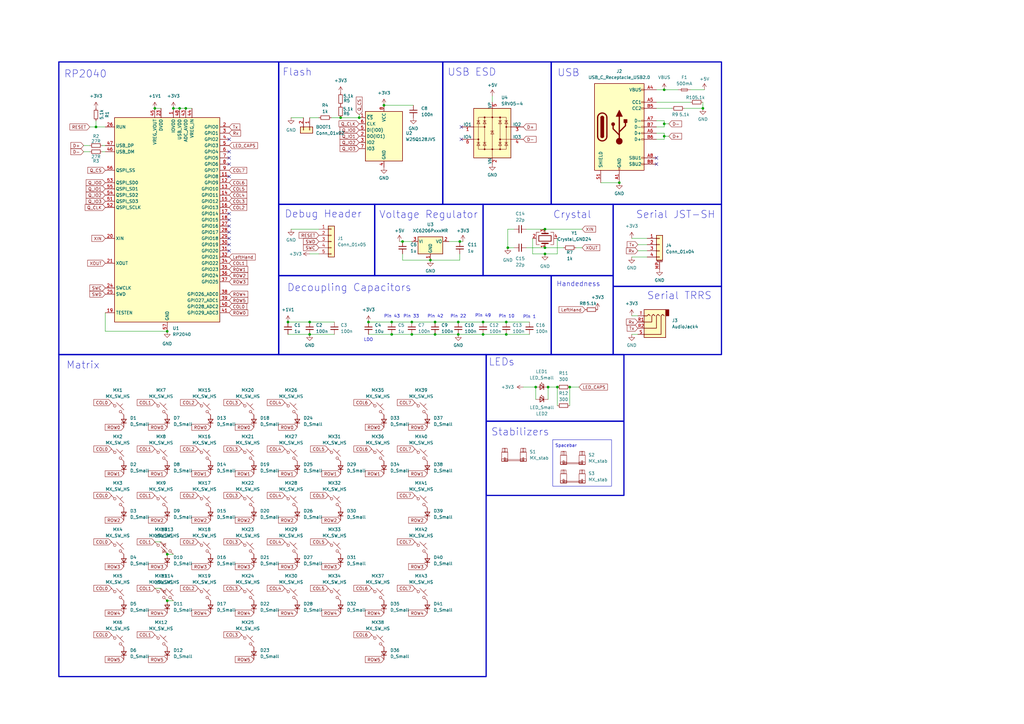
<source format=kicad_sch>
(kicad_sch (version 20231120) (generator "eeschema") (generator_version "8.0")
  (paper "A3")
  (junction (at 207.645 132.08))
  (junction (at 188.595 99.06))
  (junction (at 168.91 132.08))
  (junction (at 233.68 158.75))
  (junction (at 68.58 135.89))
  (junction (at 208.28 101.6))
  (junction (at 127 132.08))
  (junction (at 118.11 132.08))
  (junction (at 288.29 44.45))
  (junction (at 68.58 227.33))
  (junction (at 160.655 137.16))
  (junction (at 223.52 101.6))
  (junction (at 198.12 132.08))
  (junction (at 178.435 132.08))
  (junction (at 139.7 48.26))
  (junction (at 165.1 99.06))
  (junction (at 176.53 106.68))
  (junction (at 272.415 55.88))
  (junction (at 178.435 137.16))
  (junction (at 254 74.93))
  (junction (at 272.415 50.8))
  (junction (at 168.91 137.16))
  (junction (at 71.12 44.45))
  (junction (at 198.12 137.16))
  (junction (at 147.32 48.26))
  (junction (at 160.655 132.08))
  (junction (at 63.5 44.45))
  (junction (at 73.66 44.45))
  (junction (at 39.37 52.07))
  (junction (at 219.71 158.75))
  (junction (at 187.96 137.16))
  (junction (at 151.13 132.08))
  (junction (at 157.48 43.18))
  (junction (at 68.58 246.38))
  (junction (at 223.52 93.98))
  (junction (at 228.6 158.75))
  (junction (at 272.415 36.83))
  (junction (at 223.52 104.14))
  (junction (at 127 137.16))
  (junction (at 207.645 137.16))
  (junction (at 224.79 158.75))
  (junction (at 187.96 132.08))
  (junction (at 76.2 44.45))
  (no_connect (at 93.98 64.77))
  (no_connect (at 93.98 102.87))
  (no_connect (at 189.23 52.07))
  (no_connect (at 269.24 67.31))
  (no_connect (at 93.98 67.31))
  (no_connect (at 189.23 57.15))
  (no_connect (at 93.98 62.23))
  (no_connect (at 269.24 64.77))
  (no_connect (at 93.98 95.25))
  (no_connect (at 93.98 92.71))
  (no_connect (at 93.98 87.63))
  (no_connect (at 93.98 100.33))
  (no_connect (at 93.98 57.15))
  (no_connect (at 93.98 97.79))
  (no_connect (at 93.98 72.39))
  (no_connect (at 93.98 90.17))
  (wire (pts (xy 269.24 44.45) (xy 275.59 44.45)))
  (wire (pts (xy 272.415 55.88) (xy 274.32 55.88)))
  (wire (pts (xy 272.415 49.53) (xy 272.415 50.8)))
  (wire (pts (xy 214.63 158.75) (xy 219.71 158.75)))
  (wire (pts (xy 259.08 137.16) (xy 261.62 137.16)))
  (wire (pts (xy 188.595 99.06) (xy 189.865 99.06)))
  (wire (pts (xy 201.93 39.37) (xy 201.93 41.91)))
  (wire (pts (xy 218.44 104.14) (xy 223.52 104.14)))
  (wire (pts (xy 36.83 52.07) (xy 39.37 52.07)))
  (wire (pts (xy 228.6 97.79) (xy 228.6 104.14)))
  (wire (pts (xy 223.52 93.98) (xy 238.76 93.98)))
  (wire (pts (xy 198.12 132.08) (xy 207.645 132.08)))
  (wire (pts (xy 39.37 52.07) (xy 43.18 52.07)))
  (wire (pts (xy 168.91 137.16) (xy 178.435 137.16)))
  (wire (pts (xy 288.29 41.91) (xy 288.29 44.45)))
  (wire (pts (xy 176.53 106.68) (xy 188.595 106.68)))
  (wire (pts (xy 269.24 36.83) (xy 272.415 36.83)))
  (wire (pts (xy 280.67 44.45) (xy 288.29 44.45)))
  (wire (pts (xy 219.71 158.75) (xy 219.71 163.83)))
  (wire (pts (xy 233.68 158.75) (xy 233.68 166.37)))
  (wire (pts (xy 168.91 132.08) (xy 178.435 132.08)))
  (wire (pts (xy 272.415 50.8) (xy 272.415 52.07)))
  (wire (pts (xy 187.96 137.16) (xy 198.12 137.16)))
  (wire (pts (xy 283.21 36.83) (xy 288.925 36.83)))
  (wire (pts (xy 118.11 132.08) (xy 127 132.08)))
  (wire (pts (xy 261.62 100.33) (xy 265.43 100.33)))
  (wire (pts (xy 259.08 129.54) (xy 261.62 129.54)))
  (wire (pts (xy 165.1 104.14) (xy 165.1 106.68)))
  (wire (pts (xy 63.5 241.3) (xy 66.04 241.3)))
  (wire (pts (xy 178.435 137.16) (xy 187.96 137.16)))
  (wire (pts (xy 76.2 44.45) (xy 78.74 44.45)))
  (wire (pts (xy 68.58 135.89) (xy 43.18 135.89)))
  (wire (pts (xy 231.14 101.6) (xy 223.52 101.6)))
  (wire (pts (xy 215.9 101.6) (xy 223.52 101.6)))
  (wire (pts (xy 160.655 137.16) (xy 168.91 137.16)))
  (wire (pts (xy 237.49 158.75) (xy 233.68 158.75)))
  (wire (pts (xy 269.24 54.61) (xy 272.415 54.61)))
  (wire (pts (xy 68.58 246.38) (xy 71.12 246.38)))
  (wire (pts (xy 269.24 49.53) (xy 272.415 49.53)))
  (wire (pts (xy 269.24 41.91) (xy 283.21 41.91)))
  (wire (pts (xy 73.66 44.45) (xy 76.2 44.45)))
  (wire (pts (xy 187.96 132.08) (xy 198.12 132.08)))
  (wire (pts (xy 147.32 48.26) (xy 147.32 46.99)))
  (wire (pts (xy 160.655 132.08) (xy 168.91 132.08)))
  (wire (pts (xy 68.58 227.33) (xy 71.12 227.33)))
  (wire (pts (xy 36.83 59.69) (xy 34.29 59.69)))
  (wire (pts (xy 127 104.14) (xy 130.81 104.14)))
  (wire (pts (xy 165.1 106.68) (xy 176.53 106.68)))
  (wire (pts (xy 236.22 101.6) (xy 238.76 101.6)))
  (wire (pts (xy 228.6 158.75) (xy 228.6 166.37)))
  (wire (pts (xy 184.15 99.06) (xy 188.595 99.06)))
  (wire (pts (xy 71.12 44.45) (xy 73.66 44.45)))
  (wire (pts (xy 198.12 137.16) (xy 207.645 137.16)))
  (wire (pts (xy 135.89 48.26) (xy 139.7 48.26)))
  (wire (pts (xy 223.52 104.14) (xy 228.6 104.14)))
  (wire (pts (xy 272.415 55.88) (xy 272.415 57.15)))
  (wire (pts (xy 151.13 137.16) (xy 160.655 137.16)))
  (wire (pts (xy 269.24 57.15) (xy 272.415 57.15)))
  (wire (pts (xy 127 137.16) (xy 137.16 137.16)))
  (wire (pts (xy 165.1 99.06) (xy 168.91 99.06)))
  (wire (pts (xy 41.91 59.69) (xy 43.18 59.69)))
  (wire (pts (xy 43.18 135.89) (xy 43.18 128.27)))
  (wire (pts (xy 139.7 48.26) (xy 147.32 48.26)))
  (wire (pts (xy 215.9 93.98) (xy 223.52 93.98)))
  (wire (pts (xy 208.28 93.98) (xy 208.28 101.6)))
  (wire (pts (xy 261.62 102.87) (xy 265.43 102.87)))
  (wire (pts (xy 119.38 48.26) (xy 124.46 48.26)))
  (wire (pts (xy 151.13 132.08) (xy 160.655 132.08)))
  (wire (pts (xy 218.44 97.79) (xy 218.44 104.14)))
  (wire (pts (xy 178.435 132.08) (xy 187.96 132.08)))
  (wire (pts (xy 272.415 36.83) (xy 278.13 36.83)))
  (wire (pts (xy 272.415 50.8) (xy 274.32 50.8)))
  (wire (pts (xy 118.11 137.16) (xy 127 137.16)))
  (wire (pts (xy 259.08 97.79) (xy 265.43 97.79)))
  (wire (pts (xy 127 132.08) (xy 137.16 132.08)))
  (wire (pts (xy 163.83 99.06) (xy 165.1 99.06)))
  (wire (pts (xy 39.37 49.53) (xy 39.37 52.07)))
  (wire (pts (xy 127 48.26) (xy 130.81 48.26)))
  (wire (pts (xy 228.6 158.75) (xy 224.79 158.75)))
  (wire (pts (xy 188.595 104.14) (xy 188.595 106.68)))
  (wire (pts (xy 207.645 132.08) (xy 217.17 132.08)))
  (wire (pts (xy 36.83 62.23) (xy 34.29 62.23)))
  (wire (pts (xy 246.38 74.93) (xy 254 74.93)))
  (wire (pts (xy 119.38 93.98) (xy 130.81 93.98)))
  (wire (pts (xy 41.91 62.23) (xy 43.18 62.23)))
  (wire (pts (xy 259.08 105.41) (xy 265.43 105.41)))
  (wire (pts (xy 272.415 54.61) (xy 272.415 55.88)))
  (wire (pts (xy 208.28 93.98) (xy 210.82 93.98)))
  (wire (pts (xy 269.24 52.07) (xy 272.415 52.07)))
  (wire (pts (xy 207.645 137.16) (xy 217.17 137.16)))
  (wire (pts (xy 157.48 43.18) (xy 169.545 43.18)))
  (wire (pts (xy 63.5 44.45) (xy 66.04 44.45)))
  (wire (pts (xy 63.5 222.25) (xy 66.04 222.25)))
  (wire (pts (xy 208.28 101.6) (xy 210.82 101.6)))
  (wire (pts (xy 224.79 158.75) (xy 224.79 163.83)))
  (rectangle (start 226.695 180.34) (end 250.825 199.39))
  (rectangle (start 226.06 113.03) (end 251.46 145.415) (stroke (width 0.5)))
  (rectangle (start 198.12 83.82) (end 251.46 113.03) (stroke (width 0.5)))
  (rectangle (start 251.46 83.82) (end 295.91 117.475) (stroke (width 0.5)))
  (rectangle (start 24.13 25.4) (end 114.3 145.415) (stroke (width 0.5)))
  (rectangle (start 251.46 117.475) (end 295.91 145.415) (stroke (width 0.5)))
  (rectangle (start 24.13 145.415) (end 199.39 277.495) (stroke (width 0.5)))
  (rectangle (start 181.61 25.4) (end 226.06 83.82) (stroke (width 0.5)))
  (rectangle (start 226.06 25.4) (end 295.91 83.82) (stroke (width 0.5)))
  (rectangle (start 199.39 172.72) (end 255.905 203.2) (stroke (width 0.5)))
  (rectangle (start 114.3 25.4) (end 181.61 83.82) (stroke (width 0.5)))
  (rectangle (start 153.67 83.82) (end 198.12 113.03) (stroke (width 0.5)))
  (rectangle (start 114.3 113.03) (end 226.06 145.415) (stroke (width 0.5)))
  (rectangle (start 199.39 145.415) (end 255.905 172.72) (stroke (width 0.5)))
  (rectangle (start 114.3 83.82) (end 153.67 113.03) (stroke (width 0.5)))
  (text "Decoupling Capacitors" (at 143.256 118.11 0) (effects (font (size 3 3))))
  (text "Debug Header" (at 132.588 87.884 0) (effects (font (size 3 3))))
  (text "LDO" (at 151.13 139.446 0) (effects (font (size 1.27 1.27))))
  (text "Stabilizers" (at 213.36 177.292 0) (effects (font (size 3 3))))
  (text "Pin 42" (at 178.562 129.794 0) (effects (font (size 1.27 1.27))))
  (text "RP2040" (at 35.052 30.48 0) (effects (font (size 3 3))))
  (text "Pin 10" (at 207.772 129.794 0) (effects (font (size 1.27 1.27))))
  (text "Handedness" (at 237.236 116.586 0) (effects (font (size 2 2))))
  (text "USB" (at 233.172 29.972 0) (effects (font (size 3 3))))
  (text "Voltage Regulator" (at 175.768 88.138 0) (effects (font (size 3 3))))
  (text "Flash" (at 121.92 29.718 0) (effects (font (size 3 3))))
  (text "Serial JST-SH" (at 277.114 88.138 0) (effects (font (size 3 3))))
  (text "LEDs" (at 205.74 148.59 0) (effects (font (size 3 3))))
  (text "Crystal" (at 234.696 88.138 0) (effects (font (size 3 3))))
  (text "USB ESD" (at 193.548 29.718 0) (effects (font (size 3 3))))
  (text "Spacebar" (at 232.156 182.88 0) (effects (font (size 1.27 1.27))))
  (text "Pin 1" (at 217.17 130.048 0) (effects (font (size 1.27 1.27))))
  (text "Pin 49" (at 198.12 129.54 0) (effects (font (size 1.27 1.27))))
  (text "Pin 22" (at 187.96 129.794 0) (effects (font (size 1.27 1.27))))
  (text "Pin 33" (at 168.656 129.794 0) (effects (font (size 1.27 1.27))))
  (text "Serial TRRS" (at 278.638 121.412 0) (effects (font (size 3 3))))
  (text "Matrix" (at 34.036 149.86 0) (effects (font (size 3 3))))
  (text "Pin 43" (at 160.782 129.794 0) (effects (font (size 1.27 1.27))))
  (global_label "COL6" (shape input) (at 152.4 165.1 180) (property "Intersheetrefs" "${INTERSHEET_REFS}" (effects (hide yes))))
  (global_label "COL3" (shape input) (at 99.06 203.2 180) (property "Intersheetrefs" "${INTERSHEET_REFS}" (effects (hide yes))))
  (global_label "LeftHand" (shape input) (at 240.03 127 180) (property "Intersheetrefs" "${INTERSHEET_REFS}" (effects (hide yes))))
  (global_label "LeftHand" (shape input) (at 93.98 105.41 0) (property "Intersheetrefs" "${INTERSHEET_REFS}" (effects (hide yes))))
  (global_label "XOUT" (shape input) (at 43.18 107.95 180) (property "Intersheetrefs" "${INTERSHEET_REFS}" (effects (hide yes))))
  (global_label "ROW1" (shape input) (at 104.14 194.31 180) (property "Intersheetrefs" "${INTERSHEET_REFS}" (effects (hide yes))))
  (global_label "ROW4" (shape input) (at 157.48 251.46 180) (property "Intersheetrefs" "${INTERSHEET_REFS}" (effects (hide yes))))
  (global_label "ROW0" (shape input) (at 121.92 175.26 180) (property "Intersheetrefs" "${INTERSHEET_REFS}" (effects (hide yes))))
  (global_label "ROW1" (shape input) (at 157.48 194.31 180) (property "Intersheetrefs" "${INTERSHEET_REFS}" (effects (hide yes))))
  (global_label "SWC" (shape input) (at 43.18 118.11 180) (property "Intersheetrefs" "${INTERSHEET_REFS}" (effects (hide yes))))
  (global_label "COL0" (shape input) (at 45.72 241.3 180) (property "Intersheetrefs" "${INTERSHEET_REFS}" (effects (hide yes))))
  (global_label "Q_CLK" (shape input) (at 147.32 50.8 180) (property "Intersheetrefs" "${INTERSHEET_REFS}" (effects (hide yes))))
  (global_label "Q_IO1" (shape input) (at 147.32 55.88 180) (property "Intersheetrefs" "${INTERSHEET_REFS}" (effects (hide yes))))
  (global_label "ROW5" (shape input) (at 93.98 123.19 0) (property "Intersheetrefs" "${INTERSHEET_REFS}" (effects (hide yes))))
  (global_label "Q_IO1" (shape input) (at 43.18 77.47 180) (property "Intersheetrefs" "${INTERSHEET_REFS}" (effects (hide yes))))
  (global_label "COL0" (shape input) (at 45.72 165.1 180) (property "Intersheetrefs" "${INTERSHEET_REFS}" (effects (hide yes))))
  (global_label "Q_CLK" (shape input) (at 43.18 85.09 180) (property "Intersheetrefs" "${INTERSHEET_REFS}" (effects (hide yes))))
  (global_label "LED_CAPS" (shape input) (at 237.49 158.75 0) (property "Intersheetrefs" "${INTERSHEET_REFS}" (effects (hide yes))))
  (global_label "SWD" (shape input) (at 130.81 99.06 180) (property "Intersheetrefs" "${INTERSHEET_REFS}" (effects (hide yes))))
  (global_label "ROW0" (shape input) (at 50.8 175.26 180) (property "Intersheetrefs" "${INTERSHEET_REFS}" (effects (hide yes))))
  (global_label "ROW4" (shape input) (at 175.26 251.46 180) (property "Intersheetrefs" "${INTERSHEET_REFS}" (effects (hide yes))))
  (global_label "Q_CS" (shape input) (at 43.18 69.85 180) (property "Intersheetrefs" "${INTERSHEET_REFS}" (effects (hide yes))))
  (global_label "Tx" (shape input) (at 93.98 52.07 0) (property "Intersheetrefs" "${INTERSHEET_REFS}" (effects (hide yes))))
  (global_label "XOUT" (shape input) (at 238.76 101.6 0) (property "Intersheetrefs" "${INTERSHEET_REFS}" (effects (hide yes))))
  (global_label "Q_IO3" (shape input) (at 43.18 82.55 180) (property "Intersheetrefs" "${INTERSHEET_REFS}" (effects (hide yes))))
  (global_label "COL0" (shape input) (at 45.72 260.35 180) (property "Intersheetrefs" "${INTERSHEET_REFS}" (effects (hide yes))))
  (global_label "Rx" (shape input) (at 93.98 54.61 0) (property "Intersheetrefs" "${INTERSHEET_REFS}" (effects (hide yes))))
  (global_label "ROW4" (shape input) (at 104.14 251.46 180) (property "Intersheetrefs" "${INTERSHEET_REFS}" (effects (hide yes))))
  (global_label "Tx" (shape input) (at 261.62 100.33 180) (property "Intersheetrefs" "${INTERSHEET_REFS}" (effects (hide yes))))
  (global_label "D+" (shape input) (at 274.32 55.88 0) (property "Intersheetrefs" "${INTERSHEET_REFS}" (effects (hide yes))))
  (global_label "COL5" (shape input) (at 93.98 77.47 0) (property "Intersheetrefs" "${INTERSHEET_REFS}" (effects (hide yes))))
  (global_label "COL2" (shape input) (at 81.28 165.1 180) (property "Intersheetrefs" "${INTERSHEET_REFS}" (effects (hide yes))))
  (global_label "ROW2" (shape input) (at 93.98 113.03 0) (property "Intersheetrefs" "${INTERSHEET_REFS}" (effects (hide yes))))
  (global_label "COL0" (shape input) (at 45.72 184.15 180) (property "Intersheetrefs" "${INTERSHEET_REFS}" (effects (hide yes))))
  (global_label "COL4" (shape input) (at 116.84 241.3 180) (property "Intersheetrefs" "${INTERSHEET_REFS}" (effects (hide yes))))
  (global_label "Q_IO2" (shape input) (at 43.18 80.01 180) (property "Intersheetrefs" "${INTERSHEET_REFS}" (effects (hide yes))))
  (global_label "Q_IO2" (shape input) (at 147.32 58.42 180) (property "Intersheetrefs" "${INTERSHEET_REFS}" (effects (hide yes))))
  (global_label "ROW2" (shape input) (at 139.7 213.36 180) (property "Intersheetrefs" "${INTERSHEET_REFS}" (effects (hide yes))))
  (global_label "COL4" (shape input) (at 116.84 165.1 180) (property "Intersheetrefs" "${INTERSHEET_REFS}" (effects (hide yes))))
  (global_label "COL3" (shape input) (at 99.06 241.3 180) (property "Intersheetrefs" "${INTERSHEET_REFS}" (effects (hide yes))))
  (global_label "COL0" (shape input) (at 93.98 125.73 0) (property "Intersheetrefs" "${INTERSHEET_REFS}" (effects (hide yes))))
  (global_label "COL7" (shape input) (at 170.18 203.2 180) (property "Intersheetrefs" "${INTERSHEET_REFS}" (effects (hide yes))))
  (global_label "COL4" (shape input) (at 116.84 184.15 180) (property "Intersheetrefs" "${INTERSHEET_REFS}" (effects (hide yes))))
  (global_label "ROW3" (shape input) (at 50.8 232.41 180) (property "Intersheetrefs" "${INTERSHEET_REFS}" (effects (hide yes))))
  (global_label "COL4" (shape input) (at 116.84 203.2 180) (property "Intersheetrefs" "${INTERSHEET_REFS}" (effects (hide yes))))
  (global_label "ROW3" (shape input) (at 86.36 232.41 180) (property "Intersheetrefs" "${INTERSHEET_REFS}" (effects (hide yes))))
  (global_label "COL0" (shape input) (at 45.72 222.25 180) (property "Intersheetrefs" "${INTERSHEET_REFS}" (effects (hide yes))))
  (global_label "COL6" (shape input) (at 152.4 241.3 180) (property "Intersheetrefs" "${INTERSHEET_REFS}" (effects (hide yes))))
  (global_label "ROW0" (shape input) (at 68.58 175.26 180) (property "Intersheetrefs" "${INTERSHEET_REFS}" (effects (hide yes))))
  (global_label "COL2" (shape input) (at 81.28 222.25 180) (property "Intersheetrefs" "${INTERSHEET_REFS}" (effects (hide yes))))
  (global_label "Q_CS" (shape input) (at 147.32 46.99 90) (property "Intersheetrefs" "${INTERSHEET_REFS}" (effects (hide yes))))
  (global_label "ROW2" (shape input) (at 175.26 213.36 180) (property "Intersheetrefs" "${INTERSHEET_REFS}" (effects (hide yes))))
  (global_label "ROW3" (shape input) (at 93.98 115.57 0) (property "Intersheetrefs" "${INTERSHEET_REFS}" (effects (hide yes))))
  (global_label "XIN" (shape input) (at 43.18 97.79 180) (property "Intersheetrefs" "${INTERSHEET_REFS}" (effects (hide yes))))
  (global_label "COL2" (shape input) (at 81.28 241.3 180) (property "Intersheetrefs" "${INTERSHEET_REFS}" (effects (hide yes))))
  (global_label "COL7" (shape input) (at 170.18 184.15 180) (property "Intersheetrefs" "${INTERSHEET_REFS}" (effects (hide yes))))
  (global_label "COL3" (shape input) (at 99.06 260.35 180) (property "Intersheetrefs" "${INTERSHEET_REFS}" (effects (hide yes))))
  (global_label "ROW4" (shape input) (at 50.8 251.46 180) (property "Intersheetrefs" "${INTERSHEET_REFS}" (effects (hide yes))))
  (global_label "Q_IO0" (shape input) (at 147.32 53.34 180) (property "Intersheetrefs" "${INTERSHEET_REFS}" (effects (hide yes))))
  (global_label "COL4" (shape input) (at 116.84 222.25 180) (property "Intersheetrefs" "${INTERSHEET_REFS}" (effects (hide yes))))
  (global_label "D-" (shape input) (at 214.63 57.15 0) (property "Intersheetrefs" "${INTERSHEET_REFS}" (effects (hide yes))))
  (global_label "ROW0" (shape input) (at 175.26 175.26 180) (property "Intersheetrefs" "${INTERSHEET_REFS}" (effects (hide yes))))
  (global_label "Rx" (shape input) (at 261.62 132.08 180) (property "Intersheetrefs" "${INTERSHEET_REFS}" (effects (hide yes))))
  (global_label "ROW1" (shape input) (at 139.7 194.31 180) (property "Intersheetrefs" "${INTERSHEET_REFS}" (effects (hide yes))))
  (global_label "COL2" (shape input) (at 81.28 184.15 180) (property "Intersheetrefs" "${INTERSHEET_REFS}" (effects (hide yes))))
  (global_label "ROW4" (shape input) (at 139.7 251.46 180) (property "Intersheetrefs" "${INTERSHEET_REFS}" (effects (hide yes))))
  (global_label "ROW3" (shape input) (at 104.14 232.41 180) (property "Intersheetrefs" "${INTERSHEET_REFS}" (effects (hide yes))))
  (global_label "COL6" (shape input) (at 152.4 184.15 180) (property "Intersheetrefs" "${INTERSHEET_REFS}" (effects (hide yes))))
  (global_label "ROW1" (shape input) (at 175.26 194.31 180) (property "Intersheetrefs" "${INTERSHEET_REFS}" (effects (hide yes))))
  (global_label "COL1" (shape input) (at 63.5 203.2 180) (property "Intersheetrefs" "${INTERSHEET_REFS}" (effects (hide yes))))
  (global_label "COL1" (shape input) (at 63.5 260.35 180) (property "Intersheetrefs" "${INTERSHEET_REFS}" (effects (hide yes))))
  (global_label "D-" (shape input) (at 274.32 50.8 0) (property "Intersheetrefs" "${INTERSHEET_REFS}" (effects (hide yes))))
  (global_label "ROW3" (shape input) (at 175.26 232.41 180) (property "Intersheetrefs" "${INTERSHEET_REFS}" (effects (hide yes))))
  (global_label "ROW5" (shape input) (at 50.8 270.51 180) (property "Intersheetrefs" "${INTERSHEET_REFS}" (effects (hide yes))))
  (global_label "COL7" (shape input) (at 170.18 241.3 180) (property "Intersheetrefs" "${INTERSHEET_REFS}" (effects (hide yes))))
  (global_label "D-" (shape input) (at 34.29 62.23 180) (property "Intersheetrefs" "${INTERSHEET_REFS}" (effects (hide yes))))
  (global_label "COL4" (shape input) (at 93.98 80.01 0) (property "Intersheetrefs" "${INTERSHEET_REFS}" (effects (hide yes))))
  (global_label "COL2" (shape input) (at 81.28 203.2 180) (property "Intersheetrefs" "${INTERSHEET_REFS}" (effects (hide yes))))
  (global_label "COL1" (shape input) (at 63.5 241.3 180) (property "Intersheetrefs" "${INTERSHEET_REFS}" (effects (hide yes))))
  (global_label "ROW0" (shape input) (at 157.48 175.26 180) (property "Intersheetrefs" "${INTERSHEET_REFS}" (effects (hide yes))))
  (global_label "Q_IO3" (shape input) (at 147.32 60.96 180) (property "Intersheetrefs" "${INTERSHEET_REFS}" (effects (hide yes))))
  (global_label "ROW2" (shape input) (at 50.8 213.36 180) (property "Intersheetrefs" "${INTERSHEET_REFS}" (effects (hide yes))))
  (global_label "COL7" (shape input) (at 170.18 222.25 180) (property "Intersheetrefs" "${INTERSHEET_REFS}" (effects (hide yes))))
  (global_label "ROW1" (shape input) (at 93.98 110.49 0) (property "Intersheetrefs" "${INTERSHEET_REFS}" (effects (hide yes))))
  (global_label "ROW4" (shape input) (at 86.36 251.46 180) (property "Intersheetrefs" "${INTERSHEET_REFS}" (effects (hide yes))))
  (global_label "ROW5" (shape input) (at 68.58 270.51 180) (property "Intersheetrefs" "${INTERSHEET_REFS}" (effects (hide yes))))
  (global_label "ROW1" (shape input) (at 86.36 194.31 180) (property "Intersheetrefs" "${INTERSHEET_REFS}" (effects (hide yes))))
  (global_label "ROW3" (shape input) (at 139.7 232.41 180) (property "Intersheetrefs" "${INTERSHEET_REFS}" (effects (hide yes))))
  (global_label "COL3" (shape input) (at 93.98 82.55 0) (property "Intersheetrefs" "${INTERSHEET_REFS}" (effects (hide yes))))
  (global_label "ROW3" (shape input) (at 121.92 232.41 180) (property "Intersheetrefs" "${INTERSHEET_REFS}" (effects (hide yes))))
  (global_label "ROW0" (shape input) (at 86.36 175.26 180) (property "Intersheetrefs" "${INTERSHEET_REFS}" (effects (hide yes))))
  (global_label "ROW1" (shape input) (at 50.8 194.31 180) (property "Intersheetrefs" "${INTERSHEET_REFS}" (effects (hide yes))))
  (global_label "ROW1" (shape input) (at 121.92 194.31 180) (property "Intersheetrefs" "${INTERSHEET_REFS}" (effects (hide yes))))
  (global_label "ROW2" (shape input) (at 68.58 213.36 180) (property "Intersheetrefs" "${INTERSHEET_REFS}" (effects (hide yes))))
  (global_label "COL3" (shape input) (at 99.06 165.1 180) (property "Intersheetrefs" "${INTERSHEET_REFS}" (effects (hide yes))))
  (global_label "COL6" (shape input) (at 93.98 74.93 0) (property "Intersheetrefs" "${INTERSHEET_REFS}" (effects (hide yes))))
  (global_label "COL5" (shape input) (at 134.62 241.3 180) (property "Intersheetrefs" "${INTERSHEET_REFS}" (effects (hide yes))))
  (global_label "D+" (shape input) (at 34.29 59.69 180) (property "Intersheetrefs" "${INTERSHEET_REFS}" (effects (hide yes))))
  (global_label "COL1" (shape input) (at 63.5 222.25 180) (property "Intersheetrefs" "${INTERSHEET_REFS}" (effects (hide yes))))
  (global_label "COL7" (shape input) (at 170.18 165.1 180) (property "Intersheetrefs" "${INTERSHEET_REFS}" (effects (hide yes))))
  (global_label "Rx" (shape input) (at 261.62 102.87 180) (property "Intersheetrefs" "${INTERSHEET_REFS}" (effects (hide yes))))
  (global_label "COL1" (shape input) (at 63.5 184.15 180) (property "Intersheetrefs" "${INTERSHEET_REFS}" (effects (hide yes))))
  (global_label "COL0" (shape input) (at 45.72 203.2 180) (property "Intersheetrefs" "${INTERSHEET_REFS}" (effects (hide yes))))
  (global_label "COL3" (shape input) (at 99.06 184.15 180) (property "Intersheetrefs" "${INTERSHEET_REFS}" (effects (hide yes))))
  (global_label "ROW4" (shape input) (at 93.98 120.65 0) (property "Intersheetrefs" "${INTERSHEET_REFS}" (effects (hide yes))))
  (global_label "ROW0" (shape input) (at 104.14 175.26 180) (property "Intersheetrefs" "${INTERSHEET_REFS}" (effects (hide yes))))
  (global_label "ROW5" (shape input) (at 157.48 270.51 180) (property "Intersheetrefs" "${INTERSHEET_REFS}" (effects (hide yes))))
  (global_label "Q_IO0" (shape input) (at 43.18 74.93 180) (property "Intersheetrefs" "${INTERSHEET_REFS}" (effects (hide yes))))
  (global_label "ROW0" (shape input) (at 93.98 128.27 0) (property "Intersheetrefs" "${INTERSHEET_REFS}" (effects (hide yes))))
  (global_label "ROW2" (shape input) (at 121.92 213.36 180) (property "Intersheetrefs" "${INTERSHEET_REFS}" (effects (hide yes))))
  (global_label "RESET" (shape input) (at 36.83 52.07 180) (property "Intersheetrefs" "${INTERSHEET_REFS}" (effects (hide yes))))
  (global_label "ROW4" (shape input) (at 121.92 251.46 180) (property "Intersheetrefs" "${INTERSHEET_REFS}" (effects (hide yes))))
  (global_label "COL5" (shape input) (at 134.62 184.15 180) (property "Intersheetrefs" "${INTERSHEET_REFS}" (effects (hide yes))))
  (global_label "COL5" (shape input) (at 134.62 222.25 180) (property "Intersheetrefs" "${INTERSHEET_REFS}" (effects (hide yes))))
  (global_label "COL1" (shape input) (at 93.98 107.95 0) (property "Intersheetrefs" "${INTERSHEET_REFS}" (effects (hide yes))))
  (global_label "COL7" (shape input) (at 93.98 69.85 0) (property "Intersheetrefs" "${INTERSHEET_REFS}" (effects (hide yes))))
  (global_label "Tx" (shape input) (at 261.62 134.62 180) (property "Intersheetrefs" "${INTERSHEET_REFS}" (effects (hide yes))))
  (global_label "ROW2" (shape input) (at 86.36 213.36 180) (property "Intersheetrefs" "${INTERSHEET_REFS}" (effects (hide yes))))
  (global_label "SWC" (shape input) (at 130.81 101.6 180) (property "Intersheetrefs" "${INTERSHEET_REFS}" (effects (hide yes))))
  (global_label "COL1" (shape input) (at 63.5 165.1 180) (property "Intersheetrefs" "${INTERSHEET_REFS}" (effects (hide yes))))
  (global_label "SWD" (shape input) (at 43.18 120.65 180) (property "Intersheetrefs" "${INTERSHEET_REFS}" (effects (hide yes))))
  (global_label "COL5" (shape input) (at 134.62 203.2 180) (property "Intersheetrefs" "${INTERSHEET_REFS}" (effects (hide yes))))
  (global_label "COL6" (shape input) (at 152.4 260.35 180) (property "Intersheetrefs" "${INTERSHEET_REFS}" (effects (hide yes))))
  (global_label "ROW5" (shape input) (at 104.14 270.51 180) (property "Intersheetrefs" "${INTERSHEET_REFS}" (effects (hide yes))))
  (global_label "ROW2" (shape input) (at 104.14 213.36 180) (property "Intersheetrefs" "${INTERSHEET_REFS}" (effects (hide yes))))
  (global_label "COL2" (shape input) (at 93.98 85.09 0) (property "Intersheetrefs" "${INTERSHEET_REFS}" (effects (hide yes))))
  (global_label "ROW3" (shape input) (at 68.58 232.41 180) (property "Intersheetrefs" "${INTERSHEET_REFS}" (effects (hide yes))))
  (global_label "ROW1" (shape input) (at 68.58 194.31 180) (property "Intersheetrefs" "${INTERSHEET_REFS}" (effects (hide yes))))
  (global_label "ROW4" (shape input) (at 68.58 251.46 180) (property "Intersheetrefs" "${INTERSHEET_REFS}" (effects (hide yes))))
  (global_label "COL3" (shape input) (at 99.06 222.25 180) (property "Intersheetrefs" "${INTERSHEET_REFS}" (effects (hide yes))))
  (global_label "LED_CAPS" (shape input) (at 93.98 59.69 0) (property "Intersheetrefs" "${INTERSHEET_REFS}" (effects (hide yes))))
  (global_label "D+" (shape input) (at 214.63 52.07 0) (property "Intersheetrefs" "${INTERSHEET_REFS}" (effects (hide yes))))
  (global_label "XIN" (shape input) (at 238.76 93.98 0) (property "Intersheetrefs" "${INTERSHEET_REFS}" (effects (hide yes))))
  (global_label "RESET" (shape input) (at 130.81 96.52 180) (property "Intersheetrefs" "${INTERSHEET_REFS}" (effects (hide yes))))
  (symbol (lib_id "Device:R_Small") (at 278.13 44.45 90) (unit 1)
    (property "Reference" "R9" (at 276.86 46.99 90))
    (property "Value" "5.1k" (at 280.67 46.99 90))
    (property "Footprint" "Resistor_SMD:R_0402_1005Metric" (effects (hide yes)))
  )
  (symbol (lib_id "PCM_marbastlib-mx:MX_SW_HS_CPG151101S11") (at 172.72 186.69 0) (unit 1)
    (property "Reference" "MX40" (at 172.72 179.07 0))
    (property "Value" "MX_SW_HS" (at 172.72 181.61 0))
    (property "Footprint" "PCM_marbastlib-mx:SW_MX_1u" (effects (hide yes)))
    (property "Description" "Push button switch, normally open, two pins, 45° tilted, Kailh CPG151101S11 for Cherry MX style switches" (effects (hide yes)))
  )
  (symbol (lib_id "power:GND") (at 223.52 104.14 0) (unit 1)
    (property "Reference" "#PWR022" (effects (hide yes)))
    (property "Value" "GND" (at 223.52 109.22 0))
  )
  (symbol (lib_id "Device:D_Small") (at 68.58 267.97 90) (unit 1)
    (property "Reference" "D12" (at 71.12 266.6999 90) (effects (justify right)))
    (property "Value" "D_Small" (at 71.12 269.2399 90) (effects (justify right)))
    (property "Footprint" "g80-5000:D_SOD-123-ShiftedSoldermask" (effects (hide yes)))
    (property "Description" "Diode, small symbol" (effects (hide yes)))
    (property "Sim.Device" "D" (effects (hide yes)))
    (property "Sim.Pins" "1=K 2=A" (effects (hide yes)))
  )
  (symbol (lib_id "PCM_marbastlib-mx:MX_SW_HS_CPG151101S11") (at 119.38 205.74 0) (unit 1)
    (property "Reference" "MX28" (at 119.38 198.12 0))
    (property "Value" "MX_SW_HS" (at 119.38 200.66 0))
    (property "Footprint" "PCM_marbastlib-mx:SW_MX_1u" (effects (hide yes)))
    (property "Description" "Push button switch, normally open, two pins, 45° tilted, Kailh CPG151101S11 for Cherry MX style switches" (effects (hide yes)))
  )
  (symbol (lib_id "Device:C_Small") (at 213.36 101.6 90) (unit 1)
    (property "Reference" "C15" (at 213.36 106.045 90))
    (property "Value" "22p" (at 213.36 108.585 90))
    (property "Footprint" "Capacitor_SMD:C_0402_1005Metric" (effects (hide yes)))
  )
  (symbol (lib_id "power:+5V") (at 163.83 99.06 0) (unit 1)
    (property "Reference" "#PWR014" (effects (hide yes)))
    (property "Value" "+5V" (at 163.83 94.615 0))
  )
  (symbol (lib_id "PCM_marbastlib-mx:MX_SW_HS_CPG151101S11") (at 48.26 186.69 0) (unit 1)
    (property "Reference" "MX2" (at 48.26 179.07 0))
    (property "Value" "MX_SW_HS" (at 48.26 181.61 0))
    (property "Footprint" "PCM_marbastlib-mx:SW_MX_1u" (effects (hide yes)))
    (property "Description" "Push button switch, normally open, two pins, 45° tilted, Kailh CPG151101S11 for Cherry MX style switches" (effects (hide yes)))
  )
  (symbol (lib_id "PCM_marbastlib-mx:MX_SW_HS_CPG151101S11") (at 68.58 224.79 180) (unit 1)
    (property "Reference" "MX13" (at 68.58 217.17 0))
    (property "Value" "MX_SW_HS" (at 68.58 219.71 0))
    (property "Footprint" "PCM_marbastlib-mx:SW_MX_1u" (effects (hide yes)))
    (property "Description" "Push button switch, normally open, two pins, 45° tilted, Kailh CPG151101S11 for Cherry MX style switches" (effects (hide yes)))
  )
  (symbol (lib_id "Device:C_Small") (at 198.12 134.62 0) (unit 1)
    (property "Reference" "C12" (at 200.66 133.3563 0) (effects (justify left)))
    (property "Value" "100n" (at 200.66 135.8963 0) (effects (justify left)))
    (property "Footprint" "Capacitor_SMD:C_0402_1005Metric" (effects (hide yes)))
  )
  (symbol (lib_id "Device:C_Small") (at 217.17 134.62 0) (unit 1)
    (property "Reference" "C16" (at 219.71 133.3563 0) (effects (justify left)))
    (property "Value" "100n" (at 219.71 135.8963 0) (effects (justify left)))
    (property "Footprint" "Capacitor_SMD:C_0402_1005Metric" (effects (hide yes)))
  )
  (symbol (lib_id "Device:D_Small") (at 86.36 172.72 90) (unit 1)
    (property "Reference" "D13" (at 88.9 171.4499 90) (effects (justify right)))
    (property "Value" "D_Small" (at 88.9 173.9899 90) (effects (justify right)))
    (property "Footprint" "g80-5000:D_SOD-123-ShiftedSoldermask" (effects (hide yes)))
    (property "Description" "Diode, small symbol" (effects (hide yes)))
    (property "Sim.Device" "D" (effects (hide yes)))
    (property "Sim.Pins" "1=K 2=A" (effects (hide yes)))
  )
  (symbol (lib_id "PCM_marbastlib-mx:MX_SW_HS_CPG151101S11") (at 83.82 243.84 0) (unit 1)
    (property "Reference" "MX19" (at 83.82 236.22 0))
    (property "Value" "MX_SW_HS" (at 83.82 238.76 0))
    (property "Footprint" "PCM_marbastlib-mx:SW_MX_1u" (effects (hide yes)))
    (property "Description" "Push button switch, normally open, two pins, 45° tilted, Kailh CPG151101S11 for Cherry MX style switches" (effects (hide yes)))
  )
  (symbol (lib_id "power:GND") (at 270.51 110.49 0) (unit 1)
    (property "Reference" "#PWR033" (effects (hide yes)))
    (property "Value" "GND" (at 270.51 114.935 0))
  )
  (symbol (lib_id "Device:D_Small") (at 139.7 210.82 90) (unit 1)
    (property "Reference" "D30" (at 142.24 209.5499 90) (effects (justify right)))
    (property "Value" "D_Small" (at 142.24 212.0899 90) (effects (justify right)))
    (property "Footprint" "g80-5000:D_SOD-123-ShiftedSoldermask" (effects (hide yes)))
    (property "Description" "Diode, small symbol" (effects (hide yes)))
    (property "Sim.Device" "D" (effects (hide yes)))
    (property "Sim.Pins" "1=K 2=A" (effects (hide yes)))
  )
  (symbol (lib_id "power:GND") (at 201.93 67.31 0) (unit 1)
    (property "Reference" "#PWR020" (effects (hide yes)))
    (property "Value" "GND" (at 201.93 71.755 0))
  )
  (symbol (lib_id "power:+3V3") (at 127 104.14 90) (unit 1)
    (property "Reference" "#PWR08" (effects (hide yes)))
    (property "Value" "+3V3" (at 123.825 104.14 90) (effects (justify left)))
  )
  (symbol (lib_id "MCU_RaspberryPi:RP2040") (at 68.58 90.17 0) (unit 1)
    (property "Reference" "U1" (at 70.7741 134.62 0) (effects (justify left)))
    (property "Value" "RP2040" (at 70.7741 137.16 0) (effects (justify left)))
    (property "Footprint" "Package_DFN_QFN:QFN-56-1EP_7x7mm_P0.4mm_EP3.2x3.2mm" (effects (hide yes)))
    (property "Datasheet" "https://datasheets.raspberrypi.com/rp2040/rp2040-datasheet.pdf" (effects (hide yes)))
    (property "Description" "A microcontroller by Raspberry Pi" (effects (hide yes)))
  )
  (symbol (lib_id "Device:D_Small") (at 50.8 267.97 90) (unit 1)
    (property "Reference" "D6" (at 53.34 266.6999 90) (effects (justify right)))
    (property "Value" "D_Small" (at 53.34 269.2399 90) (effects (justify right)))
    (property "Footprint" "g80-5000:D_SOD-123-ShiftedSoldermask" (effects (hide yes)))
    (property "Description" "Diode, small symbol" (effects (hide yes)))
    (property "Sim.Device" "D" (effects (hide yes)))
    (property "Sim.Pins" "1=K 2=A" (effects (hide yes)))
  )
  (symbol (lib_id "Device:D_Small") (at 175.26 172.72 90) (unit 1)
    (property "Reference" "D37" (at 177.8 171.4499 90) (effects (justify right)))
    (property "Value" "D_Small" (at 177.8 173.9899 90) (effects (justify right)))
    (property "Footprint" "g80-5000:D_SOD-123-ShiftedSoldermask" (effects (hide yes)))
    (property "Description" "Diode, small symbol" (effects (hide yes)))
    (property "Sim.Device" "D" (effects (hide yes)))
    (property "Sim.Pins" "1=K 2=A" (effects (hide yes)))
  )
  (symbol (lib_id "PCM_marbastlib-mx:MX_SW_HS_CPG151101S11") (at 66.04 224.79 0) (unit 1)
    (property "Reference" "MX10" (at 66.04 217.17 0))
    (property "Value" "MX_SW_HS" (at 66.04 219.71 0))
    (property "Footprint" "PCM_marbastlib-mx:SW_MX_1u" (effects (hide yes)))
    (property "Description" "Push button switch, normally open, two pins, 45° tilted, Kailh CPG151101S11 for Cherry MX style switches" (effects (hide yes)))
  )
  (symbol (lib_id "Device:D_Small") (at 175.26 210.82 90) (unit 1)
    (property "Reference" "D39" (at 177.8 209.5499 90) (effects (justify right)))
    (property "Value" "D_Small" (at 177.8 212.0899 90) (effects (justify right)))
    (property "Footprint" "g80-5000:D_SOD-123-ShiftedSoldermask" (effects (hide yes)))
    (property "Description" "Diode, small symbol" (effects (hide yes)))
    (property "Sim.Device" "D" (effects (hide yes)))
    (property "Sim.Pins" "1=K 2=A" (effects (hide yes)))
  )
  (symbol (lib_id "PCM_marbastlib-mx:MX_SW_HS_CPG151101S11") (at 119.38 243.84 0) (unit 1)
    (property "Reference" "MX30" (at 119.38 236.22 0))
    (property "Value" "MX_SW_HS" (at 119.38 238.76 0))
    (property "Footprint" "PCM_marbastlib-mx:SW_MX_1u" (effects (hide yes)))
    (property "Description" "Push button switch, normally open, two pins, 45° tilted, Kailh CPG151101S11 for Cherry MX style switches" (effects (hide yes)))
  )
  (symbol (lib_id "PCM_marbastlib-various:SRV05-4") (at 201.93 54.61 0) (unit 1)
    (property "Reference" "U4" (at 205.5561 40.005 0) (effects (justify left)))
    (property "Value" "SRV05-4" (at 205.5561 42.545 0) (effects (justify left)))
    (property "Footprint" "PCM_marbastlib-various:SOT-23-6-routable" (effects (hide yes)))
    (property "Datasheet" "http://www.onsemi.com/pub/Collateral/SRV05-4-D.PDF" (effects (hide yes)))
  )
  (symbol (lib_id "PCM_marbastlib-mx:MX_SW_HS_CPG151101S11") (at 66.04 167.64 0) (unit 1)
    (property "Reference" "MX7" (at 66.04 160.02 0))
    (property "Value" "MX_SW_HS" (at 66.04 162.56 0))
    (property "Footprint" "PCM_marbastlib-mx:SW_MX_1u" (effects (hide yes)))
    (property "Description" "Push button switch, normally open, two pins, 45° tilted, Kailh CPG151101S11 for Cherry MX style switches" (effects (hide yes)))
  )
  (symbol (lib_id "Device:D_Small") (at 68.58 229.87 90) (unit 1)
    (property "Reference" "D10" (at 71.12 228.5999 90) (effects (justify right)))
    (property "Value" "D_Small" (at 71.12 231.1399 90) (effects (justify right)))
    (property "Footprint" "g80-5000:D_SOD-123-ShiftedSoldermask" (effects (hide yes)))
    (property "Description" "Diode, small symbol" (effects (hide yes)))
    (property "Sim.Device" "D" (effects (hide yes)))
    (property "Sim.Pins" "1=K 2=A" (effects (hide yes)))
  )
  (symbol (lib_id "Regulator_Linear:XC6206PxxxMR") (at 176.53 99.06 0) (unit 1)
    (property "Reference" "U3" (at 176.53 92.075 0))
    (property "Value" "XC6206PxxxMR" (at 176.53 94.615 0))
    (property "Footprint" "Package_TO_SOT_SMD:SOT-23-3" (effects (hide yes)))
    (property "Datasheet" "https://www.torexsemi.com/file/xc6206/XC6206.pdf" (effects (hide yes)))
  )
  (symbol (lib_id "PCM_marbastlib-mx:MX_SW_HS_CPG151101S11") (at 172.72 205.74 0) (unit 1)
    (property "Reference" "MX41" (at 172.72 198.12 0))
    (property "Value" "MX_SW_HS" (at 172.72 200.66 0))
    (property "Footprint" "PCM_marbastlib-mx:SW_MX_1u" (effects (hide yes)))
    (property "Description" "Push button switch, normally open, two pins, 45° tilted, Kailh CPG151101S11 for Cherry MX style switches" (effects (hide yes)))
  )
  (symbol (lib_id "power:+3V3") (at 39.37 44.45 0) (unit 1)
    (property "Reference" "#PWR01" (effects (hide yes)))
    (property "Value" "+3V3" (at 39.37 39.37 0))
  )
  (symbol (lib_id "Device:D_Small") (at 157.48 267.97 90) (unit 1)
    (property "Reference" "D36" (at 160.02 266.6999 90) (effects (justify right)))
    (property "Value" "D_Small" (at 160.02 269.2399 90) (effects (justify right)))
    (property "Footprint" "g80-5000:D_SOD-123-ShiftedSoldermask" (effects (hide yes)))
    (property "Description" "Diode, small symbol" (effects (hide yes)))
    (property "Sim.Device" "D" (effects (hide yes)))
    (property "Sim.Pins" "1=K 2=A" (effects (hide yes)))
  )
  (symbol (lib_id "Device:D_Small") (at 175.26 191.77 90) (unit 1)
    (property "Reference" "D38" (at 177.8 190.4999 90) (effects (justify right)))
    (property "Value" "D_Small" (at 177.8 193.0399 90) (effects (justify right)))
    (property "Footprint" "g80-5000:D_SOD-123-ShiftedSoldermask" (effects (hide yes)))
    (property "Description" "Diode, small symbol" (effects (hide yes)))
    (property "Sim.Device" "D" (effects (hide yes)))
    (property "Sim.Pins" "1=K 2=A" (effects (hide yes)))
  )
  (symbol (lib_id "Device:D_Small") (at 68.58 191.77 90) (unit 1)
    (property "Reference" "D8" (at 71.12 190.4999 90) (effects (justify right)))
    (property "Value" "D_Small" (at 71.12 193.0399 90) (effects (justify right)))
    (property "Footprint" "g80-5000:D_SOD-123-ShiftedSoldermask" (effects (hide yes)))
    (property "Description" "Diode, small symbol" (effects (hide yes)))
    (property "Sim.Device" "D" (effects (hide yes)))
    (property "Sim.Pins" "1=K 2=A" (effects (hide yes)))
  )
  (symbol (lib_id "PCM_marbastlib-mx:MX_SW_HS_CPG151101S11") (at 83.82 224.79 0) (unit 1)
    (property "Reference" "MX18" (at 83.82 217.17 0))
    (property "Value" "MX_SW_HS" (at 83.82 219.71 0))
    (property "Footprint" "PCM_marbastlib-mx:SW_MX_1u" (effects (hide yes)))
    (property "Description" "Push button switch, normally open, two pins, 45° tilted, Kailh CPG151101S11 for Cherry MX style switches" (effects (hide yes)))
  )
  (symbol (lib_id "power:+5V") (at 288.925 36.83 0) (unit 1)
    (property "Reference" "#PWR029" (effects (hide yes)))
    (property "Value" "+5V" (at 288.925 32.385 0))
  )
  (symbol (lib_id "PCM_marbastlib-mx:MX_SW_HS_CPG151101S11") (at 101.6 243.84 0) (unit 1)
    (property "Reference" "MX24" (at 101.6 236.22 0))
    (property "Value" "MX_SW_HS" (at 101.6 238.76 0))
    (property "Footprint" "PCM_marbastlib-mx:SW_MX_1u" (effects (hide yes)))
    (property "Description" "Push button switch, normally open, two pins, 45° tilted, Kailh CPG151101S11 for Cherry MX style switches" (effects (hide yes)))
  )
  (symbol (lib_id "Device:D_Small") (at 68.58 172.72 90) (unit 1)
    (property "Reference" "D7" (at 71.12 171.4499 90) (effects (justify right)))
    (property "Value" "D_Small" (at 71.12 173.9899 90) (effects (justify right)))
    (property "Footprint" "g80-5000:D_SOD-123-ShiftedSoldermask" (effects (hide yes)))
    (property "Description" "Diode, small symbol" (effects (hide yes)))
    (property "Sim.Device" "D" (effects (hide yes)))
    (property "Sim.Pins" "1=K 2=A" (effects (hide yes)))
  )
  (symbol (lib_id "Device:D_Small") (at 50.8 191.77 90) (unit 1)
    (property "Reference" "D2" (at 53.34 190.4999 90) (effects (justify right)))
    (property "Value" "D_Small" (at 53.34 193.0399 90) (effects (justify right)))
    (property "Footprint" "g80-5000:D_SOD-123-ShiftedSoldermask" (effects (hide yes)))
    (property "Description" "Diode, small symbol" (effects (hide yes)))
    (property "Sim.Device" "D" (effects (hide yes)))
    (property "Sim.Pins" "1=K 2=A" (effects (hide yes)))
  )
  (symbol (lib_id "power:GND") (at 127 137.16 0) (unit 1)
    (property "Reference" "#PWR09" (effects (hide yes)))
    (property "Value" "GND" (at 127 141.605 0))
  )
  (symbol (lib_id "PCM_marbastlib-mx:MX_SW_HS_CPG151101S11") (at 119.38 167.64 0) (unit 1)
    (property "Reference" "MX26" (at 119.38 160.02 0))
    (property "Value" "MX_SW_HS" (at 119.38 162.56 0))
    (property "Footprint" "PCM_marbastlib-mx:SW_MX_1u" (effects (hide yes)))
    (property "Description" "Push button switch, normally open, two pins, 45° tilted, Kailh CPG151101S11 for Cherry MX style switches" (effects (hide yes)))
  )
  (symbol (lib_id "PCM_marbastlib-mx:MX_SW_HS_CPG151101S11") (at 83.82 205.74 0) (unit 1)
    (property "Reference" "MX17" (at 83.82 198.12 0))
    (property "Value" "MX_SW_HS" (at 83.82 200.66 0))
    (property "Footprint" "PCM_marbastlib-mx:SW_MX_1u" (effects (hide yes)))
    (property "Description" "Push button switch, normally open, two pins, 45° tilted, Kailh CPG151101S11 for Cherry MX style switches" (effects (hide yes)))
  )
  (symbol (lib_id "PCM_marbastlib-mx:MX_SW_HS_CPG151101S11") (at 48.26 167.64 0) (unit 1)
    (property "Reference" "MX1" (at 48.26 160.02 0))
    (property "Value" "MX_SW_HS" (at 48.26 162.56 0))
    (property "Footprint" "PCM_marbastlib-mx:SW_MX_1u" (effects (hide yes)))
    (property "Description" "Push button switch, normally open, two pins, 45° tilted, Kailh CPG151101S11 for Cherry MX style switches" (effects (hide yes)))
  )
  (symbol (lib_id "Device:LED_Small") (at 222.25 163.83 0) (mirror y) (unit 1)
    (property "Reference" "LED2" (at 222.25 169.672 0))
    (property "Value" "LED_Small" (at 222.25 167.132 0))
    (property "Footprint" "PCM_marbastlib-mx:LED_MX_3mm" (effects (hide yes)))
  )
  (symbol (lib_id "power:+3V3") (at 71.12 44.45 0) (unit 1)
    (property "Reference" "#PWR04" (effects (hide yes)))
    (property "Value" "+3V3" (at 71.12 39.37 0))
  )
  (symbol (lib_id "Device:C_Small") (at 178.435 134.62 0) (unit 1)
    (property "Reference" "C9" (at 180.975 133.3563 0) (effects (justify left)))
    (property "Value" "100n" (at 180.975 135.8963 0) (effects (justify left)))
    (property "Footprint" "Capacitor_SMD:C_0402_1005Metric" (effects (hide yes)))
  )
  (symbol (lib_id "power:+3V3") (at 189.865 99.06 0) (unit 1)
    (property "Reference" "#PWR018" (effects (hide yes)))
    (property "Value" "+3V3" (at 189.865 94.615 0))
  )
  (symbol (lib_id "Device:D_Small") (at 121.92 210.82 90) (unit 1)
    (property "Reference" "D26" (at 124.46 209.5499 90) (effects (justify right)))
    (property "Value" "D_Small" (at 124.46 212.0899 90) (effects (justify right)))
    (property "Footprint" "g80-5000:D_SOD-123-ShiftedSoldermask" (effects (hide yes)))
    (property "Description" "Diode, small symbol" (effects (hide yes)))
    (property "Sim.Device" "D" (effects (hide yes)))
    (property "Sim.Pins" "1=K 2=A" (effects (hide yes)))
  )
  (symbol (lib_id "power:GND") (at 169.545 48.26 0) (unit 1)
    (property "Reference" "#PWR015" (effects (hide yes)))
    (property "Value" "GND" (at 169.545 52.705 0))
  )
  (symbol (lib_id "PCM_marbastlib-mx:MX_SW_HS_CPG151101S11") (at 119.38 224.79 0) (unit 1)
    (property "Reference" "MX29" (at 119.38 217.17 0))
    (property "Value" "MX_SW_HS" (at 119.38 219.71 0))
    (property "Footprint" "PCM_marbastlib-mx:SW_MX_1u" (effects (hide yes)))
    (property "Description" "Push button switch, normally open, two pins, 45° tilted, Kailh CPG151101S11 for Cherry MX style switches" (effects (hide yes)))
  )
  (symbol (lib_id "PCM_marbastlib-mx:MX_SW_HS_CPG151101S11") (at 66.04 262.89 0) (unit 1)
    (property "Reference" "MX12" (at 66.04 255.27 0))
    (property "Value" "MX_SW_HS" (at 66.04 257.81 0))
    (property "Footprint" "PCM_marbastlib-mx:SW_MX_1u" (effects (hide yes)))
    (property "Description" "Push button switch, normally open, two pins, 45° tilted, Kailh CPG151101S11 for Cherry MX style switches" (effects (hide yes)))
  )
  (symbol (lib_id "Device:R_Small") (at 231.14 158.75 90) (unit 1)
    (property "Reference" "R11" (at 231.14 153.035 90))
    (property "Value" "300" (at 231.14 155.575 90))
    (property "Footprint" "Resistor_THT:R_Axial_DIN0207_L6.3mm_D2.5mm_P10.16mm_Horizontal" (effects (hide yes)))
  )
  (symbol (lib_id "Connector_Generic_MountingPin:Conn_01x04_MountingPin") (at 270.51 100.33 0) (unit 1)
    (property "Reference" "J4" (at 273.05 100.6855 0) (effects (justify left)))
    (property "Value" "Conn_01x04" (at 273.05 103.2255 0) (effects (justify left)))
    (property "Footprint" "Connector_JST:JST_SH_SM04B-SRSS-TB_1x04-1MP_P1.00mm_Horizontal" (effects (hide yes)))
    (property "Description" "Generic connectable mounting pin connector, single row, 01x04, script generated (kicad-library-utils/schlib/autogen/connector/)" (effects (hide yes)))
  )
  (symbol (lib_id "power:GND") (at 176.53 106.68 0) (unit 1)
    (property "Reference" "#PWR016" (effects (hide yes)))
    (property "Value" "GND" (at 176.53 111.125 0))
  )
  (symbol (lib_id "Device:C_Small") (at 187.96 134.62 0) (unit 1)
    (property "Reference" "C10" (at 190.5 133.3563 0) (effects (justify left)))
    (property "Value" "100n" (at 190.5 135.8963 0) (effects (justify left)))
    (property "Footprint" "Capacitor_SMD:C_0402_1005Metric" (effects (hide yes)))
  )
  (symbol (lib_id "Device:R_Small") (at 233.68 101.6 90) (unit 1)
    (property "Reference" "R7" (at 233.68 103.505 90))
    (property "Value" "1k" (at 233.68 106.045 90))
    (property "Footprint" "Resistor_SMD:R_0402_1005Metric" (effects (hide yes)))
  )
  (symbol (lib_id "power:+3V3") (at 157.48 43.18 0) (unit 1)
    (property "Reference" "#PWR012" (effects (hide yes)))
    (property "Value" "+3V3" (at 157.48 38.1 0))
  )
  (symbol (lib_id "power:GND") (at 187.96 137.16 0) (unit 1)
    (property "Reference" "#PWR017" (effects (hide yes)))
    (property "Value" "GND" (at 187.96 141.605 0))
  )
  (symbol (lib_id "Device:R_Small") (at 133.35 48.26 90) (unit 1)
    (property "Reference" "R4" (at 133.35 43.18 90))
    (property "Value" "1k" (at 133.35 45.72 90))
    (property "Footprint" "Resistor_SMD:R_0402_1005Metric" (effects (hide yes)))
    (property "Description" "Resistor, small symbol" (effects (hide yes)))
  )
  (symbol (lib_id "PCM_marbastlib-mx:MX_SW_HS_CPG151101S11") (at 83.82 167.64 0) (unit 1)
    (property "Reference" "MX15" (at 83.82 160.02 0))
    (property "Value" "MX_SW_HS" (at 83.82 162.56 0))
    (property "Footprint" "PCM_marbastlib-mx:SW_MX_1u" (effects (hide yes)))
    (property "Description" "Push button switch, normally open, two pins, 45° tilted, Kailh CPG151101S11 for Cherry MX style switches" (effects (hide yes)))
  )
  (symbol (lib_id "PCM_marbastlib-mx:MX_SW_HS_CPG151101S11") (at 172.72 224.79 0) (unit 1)
    (property "Reference" "MX42" (at 172.72 217.17 0))
    (property "Value" "MX_SW_HS" (at 172.72 219.71 0))
    (property "Footprint" "PCM_marbastlib-mx:SW_MX_1u" (effects (hide yes)))
    (property "Description" "Push button switch, normally open, two pins, 45° tilted, Kailh CPG151101S11 for Cherry MX style switches" (effects (hide yes)))
  )
  (symbol (lib_id "PCM_marbastlib-mx:MX_SW_HS_CPG151101S11") (at 154.94 262.89 0) (unit 1)
    (property "Reference" "MX38" (at 154.94 255.27 0))
    (property "Value" "MX_SW_HS" (at 154.94 257.81 0))
    (property "Footprint" "PCM_marbastlib-mx:SW_MX_1u" (effects (hide yes)))
    (property "Description" "Push button switch, normally open, two pins, 45° tilted, Kailh CPG151101S11 for Cherry MX style switches" (effects (hide yes)))
  )
  (symbol (lib_id "PCM_marbastlib-mx:MX_SW_HS_CPG151101S11") (at 101.6 205.74 0) (unit 1)
    (property "Reference" "MX22" (at 101.6 198.12 0))
    (property "Value" "MX_SW_HS" (at 101.6 200.66 0))
    (property "Footprint" "PCM_marbastlib-mx:SW_MX_1u" (effects (hide yes)))
    (property "Description" "Push button switch, normally open, two pins, 45° tilted, Kailh CPG151101S11 for Cherry MX style switches" (effects (hide yes)))
  )
  (symbol (lib_id "Device:D_Small") (at 139.7 191.77 90) (unit 1)
    (property "Reference" "D29" (at 142.24 190.4999 90) (effects (justify right)))
    (property "Value" "D_Small" (at 142.24 193.0399 90) (effects (justify right)))
    (property "Footprint" "g80-5000:D_SOD-123-ShiftedSoldermask" (effects (hide yes)))
    (property "Description" "Diode, small symbol" (effects (hide yes)))
    (property "Sim.Device" "D" (effects (hide yes)))
    (property "Sim.Pins" "1=K 2=A" (effects (hide yes)))
  )
  (symbol (lib_id "Device:D_Small") (at 139.7 248.92 90) (unit 1)
    (property "Reference" "D32" (at 142.24 247.6499 90) (effects (justify right)))
    (property "Value" "D_Small" (at 142.24 250.1899 90) (effects (justify right)))
    (property "Footprint" "g80-5000:D_SOD-123-ShiftedSoldermask" (effects (hide yes)))
    (property "Description" "Diode, small symbol" (effects (hide yes)))
    (property "Sim.Device" "D" (effects (hide yes)))
    (property "Sim.Pins" "1=K 2=A" (effects (hide yes)))
  )
  (symbol (lib_id "PCM_marbastlib-mx:MX_SW_HS_CPG151101S11") (at 137.16 243.84 0) (unit 1)
    (property "Reference" "MX34" (at 137.16 236.22 0))
    (property "Value" "MX_SW_HS" (at 137.16 238.76 0))
    (property "Footprint" "PCM_marbastlib-mx:SW_MX_1u" (effects (hide yes)))
    (property "Description" "Push button switch, normally open, two pins, 45° tilted, Kailh CPG151101S11 for Cherry MX style switches" (effects (hide yes)))
  )
  (symbol (lib_id "Device:D_Small") (at 175.26 248.92 90) (unit 1)
    (property "Reference" "D41" (at 177.8 247.6499 90) (effects (justify right)))
    (property "Value" "D_Small" (at 177.8 250.1899 90) (effects (justify right)))
    (property "Footprint" "g80-5000:D_SOD-123-ShiftedSoldermask" (effects (hide yes)))
    (property "Description" "Diode, small symbol" (effects (hide yes)))
    (property "Sim.Device" "D" (effects (hide yes)))
    (property "Sim.Pins" "1=K 2=A" (effects (hide yes)))
  )
  (symbol (lib_name "GND_2") (lib_id "power:GND") (at 68.58 135.89 0) (unit 1)
    (property "Reference" "#PWR03" (effects (hide yes)))
    (property "Value" "GND" (at 68.58 140.97 0))
    (property "Description" "Power symbol creates a global label with name \"GND\" , ground" (effects (hide yes)))
  )
  (symbol (lib_id "Device:C_Small") (at 127 134.62 0) (unit 1)
    (property "Reference" "C2" (at 129.54 133.3563 0) (effects (justify left)))
    (property "Value" "100n" (at 129.54 135.8963 0) (effects (justify left)))
    (property "Footprint" "Capacitor_SMD:C_0402_1005Metric" (effects (hide yes)))
  )
  (symbol (lib_id "Device:R_Small") (at 139.7 40.64 180) (unit 1)
    (property "Reference" "R5" (at 142.24 41.275 0))
    (property "Value" "5.1k" (at 142.875 39.37 0))
    (property "Footprint" "Resistor_SMD:R_0402_1005Metric" (effects (hide yes)))
  )
  (symbol (lib_id "Device:C_Small") (at 137.16 134.62 0) (unit 1)
    (property "Reference" "C3" (at 139.7 133.3563 0) (effects (justify left)))
    (property "Value" "100n" (at 139.7 135.8963 0) (effects (justify left)))
    (property "Footprint" "Capacitor_SMD:C_0402_1005Metric" (effects (hide yes)))
  )
  (symbol (lib_id "Device:R_Small") (at 39.37 62.23 270) (unit 1)
    (property "Reference" "R3" (at 39.37 66.04 90))
    (property "Value" "27R" (at 39.37 64.262 90))
    (property "Footprint" "Resistor_SMD:R_0402_1005Metric" (effects (hide yes)))
  )
  (symbol (lib_id "power:GND") (at 208.28 101.6 0) (unit 1)
    (property "Reference" "#PWR021" (effects (hide yes)))
    (property "Value" "GND" (at 208.28 106.68 0))
  )
  (symbol (lib_id "PCM_marbastlib-mx:MX_SW_HS_CPG151101S11") (at 66.04 186.69 0) (unit 1)
    (property "Reference" "MX8" (at 66.04 179.07 0))
    (property "Value" "MX_SW_HS" (at 66.04 181.61 0))
    (property "Footprint" "PCM_marbastlib-mx:SW_MX_1u" (effects (hide yes)))
    (property "Description" "Push button switch, normally open, two pins, 45° tilted, Kailh CPG151101S11 for Cherry MX style switches" (effects (hide yes)))
  )
  (symbol (lib_id "Device:C_Small") (at 207.645 134.62 0) (unit 1)
    (property "Reference" "C13" (at 210.185 133.3563 0) (effects (justify left)))
    (property "Value" "100n" (at 210.185 135.8963 0) (effects (justify left)))
    (property "Footprint" "Capacitor_SMD:C_0402_1005Metric" (effects (hide yes)))
  )
  (symbol (lib_id "Device:D_Small") (at 50.8 229.87 90) (unit 1)
    (property "Reference" "D4" (at 53.34 228.5999 90) (effects (justify right)))
    (property "Value" "D_Small" (at 53.34 231.1399 90) (effects (justify right)))
    (property "Footprint" "g80-5000:D_SOD-123-ShiftedSoldermask" (effects (hide yes)))
    (property "Description" "Diode, small symbol" (effects (hide yes)))
    (property "Sim.Device" "D" (effects (hide yes)))
    (property "Sim.Pins" "1=K 2=A" (effects (hide yes)))
  )
  (symbol (lib_id "Device:C_Small") (at 213.36 93.98 90) (unit 1)
    (property "Reference" "C14" (at 213.3663 87.63 90))
    (property "Value" "22p" (at 213.3663 90.17 90))
    (property "Footprint" "Capacitor_SMD:C_0402_1005Metric" (effects (hide yes)))
  )
  (symbol (lib_id "Device:D_Small") (at 104.14 248.92 90) (unit 1)
    (property "Reference" "D22" (at 106.68 247.6499 90) (effects (justify right)))
    (property "Value" "D_Small" (at 106.68 250.1899 90) (effects (justify right)))
    (property "Footprint" "g80-5000:D_SOD-123-ShiftedSoldermask" (effects (hide yes)))
    (property "Description" "Diode, small symbol" (effects (hide yes)))
    (property "Sim.Device" "D" (effects (hide yes)))
    (property "Sim.Pins" "1=K 2=A" (effects (hide yes)))
  )
  (symbol (lib_id "PCM_marbastlib-mx:MX_stab") (at 210.82 186.69 0) (unit 1)
    (property "Reference" "S1" (at 217.17 185.2929 0) (effects (justify left)))
    (property "Value" "MX_stab" (at 217.17 187.8329 0) (effects (justify left)))
    (property "Footprint" "PCM_marbastlib-mx:STAB_MX_P_2u" (effects (hide yes)))
    (property "Description" "Cherry MX-style stabilizer" (effects (hide yes)))
  )
  (symbol (lib_id "Device:R_Small") (at 39.37 59.69 90) (unit 1)
    (property "Reference" "R2" (at 39.37 55.88 90))
    (property "Value" "27R" (at 39.37 57.912 90))
    (property "Footprint" "Resistor_SMD:R_0402_1005Metric" (effects (hide yes)))
  )
  (symbol (lib_id "power:+3V3") (at 245.11 127 0) (unit 1)
    (property "Reference" "#PWR023" (effects (hide yes)))
    (property "Value" "+3V3" (at 245.11 121.92 0))
  )
  (symbol (lib_id "Device:R_Small") (at 139.7 45.72 180) (unit 1)
    (property "Reference" "R6" (at 142.113 46.609 0))
    (property "Value" "5.1k" (at 142.748 44.704 0))
    (property "Footprint" "Resistor_SMD:R_0402_1005Metric" (effects (hide yes)))
  )
  (symbol (lib_id "power:+3V3") (at 151.13 132.08 0) (unit 1)
    (property "Reference" "#PWR011" (effects (hide yes)))
    (property "Value" "+3V3" (at 151.13 127 0))
  )
  (symbol (lib_id "Device:R_Small") (at 231.14 166.37 90) (unit 1)
    (property "Reference" "R12" (at 231.14 161.29 90))
    (property "Value" "300" (at 231.14 163.83 90))
    (property "Footprint" "Resistor_SMD:R_1206_3216Metric_Pad1.30x1.75mm_HandSolder" (effects (hide yes)))
    (property "Description" "Resistor, small symbol" (effects (hide yes)))
  )
  (symbol (lib_id "Device:C_Small") (at 168.91 134.62 0) (unit 1)
    (property "Reference" "C7" (at 171.45 133.3563 0) (effects (justify left)))
    (property "Value" "100n" (at 171.45 135.8963 0) (effects (justify left)))
    (property "Footprint" "Capacitor_SMD:C_0402_1005Metric" (effects (hide yes)))
  )
  (symbol (lib_id "PCM_marbastlib-mx:MX_SW_HS_CPG151101S11") (at 172.72 167.64 0) (unit 1)
    (property "Reference" "MX39" (at 172.72 160.02 0))
    (property "Value" "MX_SW_HS" (at 172.72 162.56 0))
    (property "Footprint" "PCM_marbastlib-mx:SW_MX_1u" (effects (hide yes)))
    (property "Description" "Push button switch, normally open, two pins, 45° tilted, Kailh CPG151101S11 for Cherry MX style switches" (effects (hide yes)))
  )
  (symbol (lib_id "PCM_marbastlib-mx:MX_SW_HS_CPG151101S11") (at 48.26 262.89 0) (unit 1)
    (property "Reference" "MX6" (at 48.26 255.27 0))
    (property "Value" "MX_SW_HS" (at 48.26 257.81 0))
    (property "Footprint" "PCM_marbastlib-mx:SW_MX_1u" (effects (hide yes)))
    (property "Description" "Push button switch, normally open, two pins, 45° tilted, Kailh CPG151101S11 for Cherry MX style switches" (effects (hide yes)))
  )
  (symbol (lib_id "power:+1V1") (at 63.5 44.45 0) (unit 1)
    (property "Reference" "#PWR02" (effects (hide yes)))
    (property "Value" "+1V1" (at 63.5 39.37 0))
  )
  (symbol (lib_id "PCM_marbastlib-mx:MX_SW_HS_CPG151101S11") (at 154.94 167.64 0) (unit 1)
    (property "Reference" "MX35" (at 154.94 160.02 0))
    (property "Value" "MX_SW_HS" (at 154.94 162.56 0))
    (property "Footprint" "PCM_marbastlib-mx:SW_MX_1u" (effects (hide yes)))
    (property "Description" "Push button switch, normally open, two pins, 45° tilted, Kailh CPG151101S11 for Cherry MX style switches" (effects (hide yes)))
  )
  (symbol (lib_id "PCM_marbastlib-mx:MX_SW_HS_CPG151101S11") (at 66.04 243.84 0) (unit 1)
    (property "Reference" "MX11" (at 66.04 236.22 0))
    (property "Value" "MX_SW_HS" (at 66.04 238.76 0))
    (property "Footprint" "PCM_marbastlib-mx:SW_MX_1u" (effects (hide yes)))
    (property "Description" "Push button switch, normally open, two pins, 45° tilted, Kailh CPG151101S11 for Cherry MX style switches" (effects (hide yes)))
  )
  (symbol (lib_id "power:GND") (at 259.08 105.41 0) (unit 1)
    (property "Reference" "#PWR032" (effects (hide yes)))
    (property "Value" "GND" (at 259.08 109.855 0))
  )
  (symbol (lib_id "Device:D_Small") (at 104.14 172.72 90) (unit 1)
    (property "Reference" "D18" (at 106.68 171.4499 90) (effects (justify right)))
    (property "Value" "D_Small" (at 106.68 173.9899 90) (effects (justify right)))
    (property "Footprint" "g80-5000:D_SOD-123-ShiftedSoldermask" (effects (hide yes)))
    (property "Description" "Diode, small symbol" (effects (hide yes)))
    (property "Sim.Device" "D" (effects (hide yes)))
    (property "Sim.Pins" "1=K 2=A" (effects (hide yes)))
  )
  (symbol (lib_id "Connector:USB_C_Receptacle_USB2.0") (at 254 52.07 0) (unit 1)
    (property "Reference" "J2" (at 254 29.21 0))
    (property "Value" "USB_C_Receptacle_USB2.0" (at 254 31.75 0))
    (property "Footprint" "PCM_marbastlib-various:USB_C_Receptacle_HRO_TYPE-C-31-M-12" (effects (hide yes)))
    (property "Datasheet" "https://www.usb.org/sites/default/files/documents/usb_type-c.zip" (effects (hide yes)))
  )
  (symbol (lib_id "Device:C_Small") (at 188.595 101.6 0) (unit 1)
    (property "Reference" "C11" (at 191.77 100.3363 0) (effects (justify left)))
    (property "Value" "1u" (at 191.77 102.8763 0) (effects (justify left)))
    (property "Footprint" "Capacitor_SMD:C_0402_1005Metric" (effects (hide yes)))
  )
  (symbol (lib_id "PCM_marbastlib-mx:MX_SW_HS_CPG151101S11") (at 68.58 243.84 0) (unit 1)
    (property "Reference" "MX14" (at 68.58 236.22 0))
    (property "Value" "MX_SW_HS" (at 68.58 238.76 0))
    (property "Footprint" "PCM_marbastlib-mx:SW_MX_1u" (effects (hide yes)))
    (property "Description" "Push button switch, normally open, two pins, 45° tilted, Kailh CPG151101S11 for Cherry MX style switches" (effects (hide yes)))
  )
  (symbol (lib_id "Device:D_Small") (at 104.14 267.97 90) (unit 1)
    (property "Reference" "D23" (at 106.68 266.6999 90) (effects (justify right)))
    (property "Value" "D_Small" (at 106.68 269.2399 90) (effects (justify right)))
    (property "Footprint" "g80-5000:D_SOD-123-ShiftedSoldermask" (effects (hide yes)))
    (property "Description" "Diode, small symbol" (effects (hide yes)))
    (property "Sim.Device" "D" (effects (hide yes)))
    (property "Sim.Pins" "1=K 2=A" (effects (hide yes)))
  )
  (symbol (lib_id "Device:C_Small") (at 169.545 45.72 0) (unit 1)
    (property "Reference" "C8" (at 172.72 44.4562 0) (effects (justify left)))
    (property "Value" "100n" (at 172.72 46.9962 0) (effects (justify left)))
    (property "Footprint" "Capacitor_SMD:C_0402_1005Metric" (effects (hide yes)))
  )
  (symbol (lib_id "power:+5V") (at 201.93 39.37 0) (unit 1)
    (property "Reference" "#PWR019" (effects (hide yes)))
    (property "Value" "+5V" (at 201.93 34.925 0))
  )
  (symbol (lib_id "PCM_marbastlib-mx:MX_SW_HS_CPG151101S11") (at 154.94 243.84 0) (unit 1)
    (property "Reference" "MX37" (at 154.94 236.22 0))
    (property "Value" "MX_SW_HS" (at 154.94 238.76 0))
    (property "Footprint" "PCM_marbastlib-mx:SW_MX_1u" (effects (hide yes)))
    (property "Description" "Push button switch, normally open, two pins, 45° tilted, Kailh CPG151101S11 for Cherry MX style switches" (effects (hide yes)))
  )
  (symbol (lib_id "Device:D_Small") (at 86.36 210.82 90) (unit 1)
    (property "Reference" "D15" (at 88.9 209.5499 90) (effects (justify right)))
    (property "Value" "D_Small" (at 88.9 212.0899 90) (effects (justify right)))
    (property "Footprint" "g80-5000:D_SOD-123-ShiftedSoldermask" (effects (hide yes)))
    (property "Description" "Diode, small symbol" (effects (hide yes)))
    (property "Sim.Device" "D" (effects (hide yes)))
    (property "Sim.Pins" "1=K 2=A" (effects (hide yes)))
  )
  (symbol (lib_id "PCM_marbastlib-mx:MX_SW_HS_CPG151101S11") (at 66.04 205.74 0) (unit 1)
    (property "Reference" "MX9" (at 66.04 198.12 0))
    (property "Value" "MX_SW_HS" (at 66.04 200.66 0))
    (property "Footprint" "PCM_marbastlib-mx:SW_MX_1u" (effects (hide yes)))
    (property "Description" "Push button switch, normally open, two pins, 45° tilted, Kailh CPG151101S11 for Cherry MX style switches" (effects (hide yes)))
  )
  (symbol (lib_id "Device:R_Small") (at 285.75 41.91 90) (unit 1)
    (property "Reference" "R10" (at 283.21 40.005 90))
    (property "Value" "5.1k" (at 287.02 40.005 90))
    (property "Footprint" "Resistor_SMD:R_0402_1005Metric" (effects (hide yes)))
  )
  (symbol (lib_id "Device:D_Small") (at 157.48 172.72 90) (unit 1)
    (property "Reference" "D33" (at 160.02 171.4499 90) (effects (justify right)))
    (property "Value" "D_Small" (at 160.02 173.9899 90) (effects (justify right)))
    (property "Footprint" "g80-5000:D_SOD-123-ShiftedSoldermask" (effects (hide yes)))
    (property "Description" "Diode, small symbol" (effects (hide yes)))
    (property "Sim.Device" "D" (effects (hide yes)))
    (property "Sim.Pins" "1=K 2=A" (effects (hide yes)))
  )
  (symbol (lib_id "Device:D_Small") (at 86.36 191.77 90) (unit 1)
    (property "Reference" "D14" (at 88.9 190.4999 90) (effects (justify right)))
    (property "Value" "D_Small" (at 88.9 193.0399 90) (effects (justify right)))
    (property "Footprint" "g80-5000:D_SOD-123-ShiftedSoldermask" (effects (hide yes)))
    (property "Description" "Diode, small symbol" (effects (hide yes)))
    (property "Sim.Device" "D" (effects (hide yes)))
    (property "Sim.Pins" "1=K 2=A" (effects (hide yes)))
  )
  (symbol (lib_id "Device:D_Small") (at 104.14 229.87 90) (unit 1)
    (property "Reference" "D21" (at 106.68 228.5999 90) (effects (justify right)))
    (property "Value" "D_Small" (at 106.68 231.1399 90) (effects (justify right)))
    (property "Footprint" "g80-5000:D_SOD-123-ShiftedSoldermask" (effects (hide yes)))
    (property "Description" "Diode, small symbol" (effects (hide yes)))
    (property "Sim.Device" "D" (effects (hide yes)))
    (property "Sim.Pins" "1=K 2=A" (effects (hide yes)))
  )
  (symbol (lib_id "Device:C_Small") (at 151.13 134.62 0) (unit 1)
    (property "Reference" "C4" (at 153.67 133.3563 0) (effects (justify left)))
    (property "Value" "10u" (at 153.67 135.8963 0) (effects (justify left)))
    (property "Footprint" "Capacitor_SMD:C_0603_1608Metric" (effects (hide yes)))
  )
  (symbol (lib_id "PCM_marbastlib-mx:MX_SW_HS_CPG151101S11") (at 48.26 243.84 0) (unit 1)
    (property "Reference" "MX5" (at 48.26 236.22 0))
    (property "Value" "MX_SW_HS" (at 48.26 238.76 0))
    (property "Footprint" "PCM_marbastlib-mx:SW_MX_1u" (effects (hide yes)))
    (property "Description" "Push button switch, normally open, two pins, 45° tilted, Kailh CPG151101S11 for Cherry MX style switches" (effects (hide yes)))
  )
  (symbol (lib_id "power:GND") (at 119.38 93.98 0) (unit 1)
    (property "Reference" "#PWR07" (effects (hide yes)))
    (property "Value" "GND" (at 119.38 98.425 0))
  )
  (symbol (lib_id "Device:D_Small") (at 86.36 248.92 90) (unit 1)
    (property "Reference" "D17" (at 88.9 247.6499 90) (effects (justify right)))
    (property "Value" "D_Small" (at 88.9 250.1899 90) (effects (justify right)))
    (property "Footprint" "g80-5000:D_SOD-123-ShiftedSoldermask" (effects (hide yes)))
    (property "Description" "Diode, small symbol" (effects (hide yes)))
    (property "Sim.Device" "D" (effects (hide yes)))
    (property "Sim.Pins" "1=K 2=A" (effects (hide yes)))
  )
  (symbol (lib_id "power:+3V3") (at 214.63 158.75 90) (unit 1)
    (property "Reference" "#PWR030" (effects (hide yes)))
    (property "Value" "+3V3" (at 210.82 158.7499 90) (effects (justify left)))
  )
  (symbol (lib_id "Connector_Audio:AudioJack4") (at 266.7 134.62 180) (unit 1)
    (property "Reference" "J3" (at 275.59 131.4449 0) (effects (justify right)))
    (property "Value" "AudioJack4" (at 275.59 133.9849 0) (effects (justify right)))
    (property "Footprint" "g80-5000:AUDIO-TH_XKB_PJ-320A" (effects (hide yes)))
    (property "Description" "Audio Jack, 4 Poles (TRRS)" (effects (hide yes)))
  )
  (symbol (lib_id "Device:D_Small") (at 175.26 229.87 90) (unit 1)
    (property "Reference" "D40" (at 177.8 228.5999 90) (effects (justify right)))
    (property "Value" "D_Small" (at 177.8 231.1399 90) (effects (justify right)))
    (property "Footprint" "g80-5000:D_SOD-123-ShiftedSoldermask" (effects (hide yes)))
    (property "Description" "Diode, small symbol" (effects (hide yes)))
    (property "Sim.Device" "D" (effects (hide yes)))
    (property "Sim.Pins" "1=K 2=A" (effects (hide yes)))
  )
  (symbol (lib_id "PCM_marbastlib-mx:MX_stab") (at 234.95 195.58 0) (unit 1)
    (property "Reference" "S3" (at 241.3 194.1829 0) (effects (justify left)))
    (property "Value" "MX_stab" (at 241.3 196.7229 0) (effects (justify left)))
    (property "Footprint" "g80-5000:STAB_MX_5000" (effects (hide yes)))
    (property "Description" "Cherry MX-style stabilizer" (effects (hide yes)))
  )
  (symbol (lib_id "power:GND") (at 157.48 68.58 0) (unit 1)
    (property "Reference" "#PWR013" (effects (hide yes)))
    (property "Value" "GND" (at 157.48 73.025 0))
  )
  (symbol (lib_id "Device:D_Small") (at 86.36 229.87 90) (unit 1)
    (property "Reference" "D16" (at 88.9 228.5999 90) (effects (justify right)))
    (property "Value" "D_Small" (at 88.9 231.1399 90) (effects (justify right)))
    (property "Footprint" "g80-5000:D_SOD-123-ShiftedSoldermask" (effects (hide yes)))
    (property "Description" "Diode, small symbol" (effects (hide yes)))
    (property "Sim.Device" "D" (effects (hide yes)))
    (property "Sim.Pins" "1=K 2=A" (effects (hide yes)))
  )
  (symbol (lib_id "Device:R_Small") (at 39.37 46.99 180) (unit 1)
    (property "Reference" "R1" (at 43.942 46.99 90))
    (property "Value" "5.1k" (at 41.656 46.99 90))
    (property "Footprint" "Resistor_SMD:R_0402_1005Metric" (effects (hide yes)))
  )
  (symbol (lib_id "PCM_marbastlib-mx:MX_SW_HS_CPG151101S11") (at 119.38 186.69 0) (unit 1)
    (property "Reference" "MX27" (at 119.38 179.07 0))
    (property "Value" "MX_SW_HS" (at 119.38 181.61 0))
    (property "Footprint" "PCM_marbastlib-mx:SW_MX_1u" (effects (hide yes)))
    (property "Description" "Push button switch, normally open, two pins, 45° tilted, Kailh CPG151101S11 for Cherry MX style switches" (effects (hide yes)))
  )
  (symbol (lib_id "power:+3V3") (at 259.08 129.54 0) (unit 1)
    (property "Reference" "#PWR025" (effects (hide yes)))
    (property "Value" "+3V3" (at 259.08 124.46 0))
  )
  (symbol (lib_id "PCM_marbastlib-mx:MX_SW_HS_CPG151101S11") (at 48.26 224.79 0) (unit 1)
    (property "Reference" "MX4" (at 48.26 217.17 0))
    (property "Value" "MX_SW_HS" (at 48.26 219.71 0))
    (property "Footprint" "PCM_marbastlib-mx:SW_MX_1u" (effects (hide yes)))
    (property "Description" "Push button switch, normally open, two pins, 45° tilted, Kailh CPG151101S11 for Cherry MX style switches" (effects (hide yes)))
  )
  (symbol (lib_id "power:+3V3") (at 259.08 97.79 0) (unit 1)
    (property "Reference" "#PWR031" (effects (hide yes)))
    (property "Value" "+3V3" (at 259.08 92.71 0))
  )
  (symbol (lib_id "Connector_Generic:Conn_01x02") (at 127 53.34 270) (unit 1)
    (property "Reference" "BOOT1" (at 129.54 52.0699 90) (effects (justify left)))
    (property "Value" "Conn_01x02" (at 129.54 54.6099 90) (effects (justify left)))
    (property "Footprint" "Connector_PinHeader_2.54mm:PinHeader_1x02_P2.54mm_Vertical" (effects (hide yes)))
    (property "Description" "Generic connector, single row, 01x02, script generated (kicad-library-utils/schlib/autogen/connector/)" (effects (hide yes)))
  )
  (symbol (lib_id "PCM_marbastlib-mx:MX_SW_HS_CPG151101S11") (at 137.16 224.79 0) (unit 1)
    (property "Reference" "MX33" (at 137.16 217.17 0))
    (property "Value" "MX_SW_HS" (at 137.16 219.71 0))
    (property "Footprint" "PCM_marbastlib-mx:SW_MX_1u" (effects (hide yes)))
    (property "Description" "Push button switch, normally open, two pins, 45° tilted, Kailh CPG151101S11 for Cherry MX style switches" (effects (hide yes)))
  )
  (symbol (lib_id "Device:D_Small") (at 121.92 229.87 90) (unit 1)
    (property "Reference" "D27" (at 124.46 228.5999 90) (effects (justify right)))
    (property "Value" "D_Small" (at 124.46 231.1399 90) (effects (justify right)))
    (property "Footprint" "g80-5000:D_SOD-123-ShiftedSoldermask" (effects (hide yes)))
    (property "Description" "Diode, small symbol" (effects (hide yes)))
    (property "Sim.Device" "D" (effects (hide yes)))
    (property "Sim.Pins" "1=K 2=A" (effects (hide yes)))
  )
  (symbol (lib_id "PCM_marbastlib-mx:MX_SW_HS_CPG151101S11") (at 137.16 205.74 0) (unit 1)
    (property "Reference" "MX32" (at 137.16 198.12 0))
    (property "Value" "MX_SW_HS" (at 137.16 200.66 0))
    (property "Footprint" "PCM_marbastlib-mx:SW_MX_1u" (effects (hide yes)))
    (property "Description" "Push button switch, normally open, two pins, 45° tilted, Kailh CPG151101S11 for Cherry MX style switches" (effects (hide yes)))
  )
  (symbol (lib_id "Device:D_Small") (at 121.92 248.92 90) (unit 1)
    (property "Reference" "D28" (at 124.46 247.6499 90) (effects (justify right)))
    (property "Value" "D_Small" (at 124.46 250.1899 90) (effects (justify right)))
    (property "Footprint" "g80-5000:D_SOD-123-ShiftedSoldermask" (effects (hide yes)))
    (property "Description" "Diode, small symbol" (effects (hide yes)))
    (property "Sim.Device" "D" (effects (hide yes)))
    (property "Sim.Pins" "1=K 2=A" (effects (hide yes)))
  )
  (symbol (lib_id "Connector_Generic:Conn_01x05") (at 135.89 99.06 0) (unit 1)
    (property "Reference" "J1" (at 138.43 97.79 0) (effects (justify left)))
    (property "Value" "Conn_01x05" (at 138.43 100.33 0) (effects (justify left)))
    (property "Footprint" "Connector_PinHeader_2.54mm:PinHeader_1x05_P2.54mm_Vertical" (effects (hide yes)))
  )
  (symbol (lib_id "Device:D_Small") (at 157.48 248.92 90) (unit 1)
    (property "Reference" "D35" (at 160.02 247.6499 90) (effects (justify right)))
    (property "Value" "D_Small" (at 160.02 250.1899 90) (effects (justify right)))
    (property "Footprint" "g80-5000:D_SOD-123-ShiftedSoldermask" (effects (hide yes)))
    (property "Description" "Diode, small symbol" (effects (hide yes)))
    (property "Sim.Device" "D" (effects (hide yes)))
    (property "Sim.Pins" "1=K 2=A" (effects (hide yes)))
  )
  (symbol (lib_name "GND_1") (lib_id "power:GND") (at 119.38 48.26 0) (unit 1)
    (property "Reference" "#PWR06" (effects (hide yes)))
    (property "Value" "GND" (at 119.38 53.34 0))
    (property "Description" "Power symbol creates a global label with name \"GND\" , ground" (effects (hide yes)))
  )
  (symbol (lib_id "Device:D_Small") (at 121.92 172.72 90) (unit 1)
    (property "Reference" "D24" (at 124.46 171.4499 90) (effects (justify right)))
    (property "Value" "D_Small" (at 124.46 173.9899 90) (effects (justify right)))
    (property "Footprint" "g80-5000:D_SOD-123-ShiftedSoldermask" (effects (hide yes)))
    (property "Description" "Diode, small symbol" (effects (hide yes)))
    (property "Sim.Device" "D" (effects (hide yes)))
    (property "Sim.Pins" "1=K 2=A" (effects (hide yes)))
  )
  (symbol (lib_id "Device:D_Small") (at 104.14 210.82 90) (unit 1)
    (property "Reference" "D20" (at 106.68 209.5499 90) (effects (justify right)))
    (property "Value" "D_Small" (at 106.68 212.0899 90) (effects (justify right)))
    (property "Footprint" "g80-5000:D_SOD-123-ShiftedSoldermask" (effects (hide yes)))
    (property "Description" "Diode, small symbol" (effects (hide yes)))
    (property "Sim.Device" "D" (effects (hide yes)))
    (property "Sim.Pins" "1=K 2=A" (effects (hide yes)))
  )
  (symbol (lib_id "PCM_marbastlib-mx:MX_SW_HS_CPG151101S11") (at 83.82 186.69 0) (unit 1)
    (property "Reference" "MX16" (at 83.82 179.07 0))
    (property "Value" "MX_SW_HS" (at 83.82 181.61 0))
    (property "Footprint" "PCM_marbastlib-mx:SW_MX_1u" (effects (hide yes)))
    (property "Description" "Push button switch, normally open, two pins, 45° tilted, Kailh CPG151101S11 for Cherry MX style switches" (effects (hide yes)))
  )
  (symbol (lib_id "Device:R_Small") (at 242.57 127 90) (unit 1)
    (property "Reference" "R8" (at 239.014 124.46 90))
    (property "Value" "5.1k" (at 242.57 124.46 90))
    (property "Footprint" "Resistor_SMD:R_0603_1608Metric_Pad0.98x0.95mm_HandSolder" (effects (hide yes)))
    (property "Description" "Resistor, small symbol" (effects (hide yes)))
  )
  (symbol (lib_id "Memory_Flash:W25Q128JVS") (at 157.48 55.88 0) (unit 1)
    (property "Reference" "U2" (at 166.37 54.61 0) (effects (justify left)))
    (property "Value" "W25Q128JVS" (at 166.37 57.15 0) (effects (justify left)))
    (property "Footprint" "Package_SO:SOIC-8_5.23x5.23mm_P1.27mm" (effects (hide yes)))
    (property "Datasheet" "http://www.winbond.com/resource-files/w25q128jv_dtr%20revc%2003272018%20plus.pdf" (effects (hide yes)))
  )
  (symbol (lib_id "power:GND") (at 288.29 44.45 0) (unit 1)
    (property "Reference" "#PWR028" (effects (hide yes)))
    (property "Value" "GND" (at 288.29 48.895 0))
  )
  (symbol (lib_id "power:+1V1") (at 118.11 132.08 0) (unit 1)
    (property "Reference" "#PWR05" (effects (hide yes)))
    (property "Value" "+1V1" (at 118.11 127 0))
  )
  (symbol (lib_id "PCM_marbastlib-mx:MX_SW_HS_CPG151101S11") (at 137.16 186.69 0) (unit 1)
    (property "Reference" "MX31" (at 137.16 179.07 0))
    (property "Value" "MX_SW_HS" (at 137.16 181.61 0))
    (property "Footprint" "PCM_marbastlib-mx:SW_MX_1u" (effects (hide yes)))
    (property "Description" "Push button switch, normally open, two pins, 45° tilted, Kailh CPG151101S11 for Cherry MX style switches" (effects (hide yes)))
  )
  (symbol (lib_id "Device:C_Small") (at 165.1 101.6 0) (unit 1)
    (property "Reference" "C6" (at 168.275 100.3363 0) (effects (justify left)))
    (property "Value" "1u" (at 168.275 102.8763 0) (effects (justify left)))
    (property "Footprint" "Capacitor_SMD:C_0402_1005Metric" (effects (hide yes)))
  )
  (symbol (lib_id "Device:D_Small") (at 121.92 191.77 90) (unit 1)
    (property "Reference" "D25" (at 124.46 190.4999 90) (effects (justify right)))
    (property "Value" "D_Small" (at 124.46 193.0399 90) (effects (justify right)))
    (property "Footprint" "g80-5000:D_SOD-123-ShiftedSoldermask" (effects (hide yes)))
    (property "Description" "Diode, small symbol" (effects (hide yes)))
    (property "Sim.Device" "D" (effects (hide yes)))
    (property "Sim.Pins" "1=K 2=A" (effects (hide yes)))
  )
  (symbol (lib_id "Device:D_Small") (at 139.7 229.87 90) (unit 1)
    (property "Reference" "D31" (at 142.24 228.5999 90) (effects (justify right)))
    (property "Value" "D_Small" (at 142.24 231.1399 90) (effects (justify right)))
    (property "Footprint" "g80-5000:D_SOD-123-ShiftedSoldermask" (effects (hide yes)))
    (property "Description" "Diode, small symbol" (effects (hide yes)))
    (property "Sim.Device" "D" (effects (hide yes)))
    (property "Sim.Pins" "1=K 2=A" (effects (hide yes)))
  )
  (symbol (lib_id "Device:D_Small") (at 50.8 248.92 90) (unit 1)
    (property "Reference" "D5" (at 53.34 247.6499 90) (effects (justify right)))
    (property "Value" "D_Small" (at 53.34 250.1899 90) (effects (justify right)))
    (property "Footprint" "g80-5000:D_SOD-123-ShiftedSoldermask" (effects (hide yes)))
    (property "Description" "Diode, small symbol" (effects (hide yes)))
    (property "Sim.Device" "D" (effects (hide yes)))
    (property "Sim.Pins" "1=K 2=A" (effects (hide yes)))
  )
  (symbol (lib_id "Device:C_Small") (at 160.655 134.62 0) (unit 1)
    (property "Reference" "C5" (at 163.195 133.3563 0) (effects (justify left)))
    (property "Value" "1u" (at 163.195 135.8963 0) (effects (justify left)))
    (property "Footprint" "Capacitor_SMD:C_0402_1005Metric" (effects (hide yes)))
  )
  (symbol (lib_id "PCM_marbastlib-mx:MX_SW_HS_CPG151101S11") (at 172.72 243.84 0) (unit 1)
    (property "Reference" "MX43" (at 172.72 236.22 0))
    (property "Value" "MX_SW_HS" (at 172.72 238.76 0))
    (property "Footprint" "PCM_marbastlib-mx:SW_MX_1u" (effects (hide yes)))
    (property "Description" "Push button switch, normally open, two pins, 45° tilted, Kailh CPG151101S11 for Cherry MX style switches" (effects (hide yes)))
  )
  (symbol (lib_id "Device:LED_Small") (at 222.25 158.75 0) (mirror y) (unit 1)
    (property "Reference" "LED1" (at 222.1865 152.4 0))
    (property "Value" "LED_Small" (at 222.1865 154.94 0))
    (property "Footprint" "PCM_marbastlib-mx:LED_MX_3mm" (effects (hide yes)))
  )
  (symbol (lib_id "PCM_marbastlib-mx:MX_SW_HS_CPG151101S11") (at 101.6 167.64 0) (unit 1)
    (property "Reference" "MX20" (at 101.6 160.02 0))
    (property "Value" "MX_SW_HS" (at 101.6 162.56 0))
    (property "Footprint" "PCM_marbastlib-mx:SW_MX_1u" (effects (hide yes)))
    (property "Description" "Push button switch, normally open, two pins, 45° tilted, Kailh CPG151101S11 for Cherry MX style switches" (effects (hide yes)))
  )
  (symbol (lib_id "Device:D_Small") (at 50.8 172.72 90) (unit 1)
    (property "Reference" "D1" (at 53.34 171.4499 90) (effects (justify right)))
    (property "Value" "D_Small" (at 53.34 173.9899 90) (effects (justify right)))
    (property "Footprint" "g80-5000:D_SOD-123-ShiftedSoldermask" (effects (hide yes)))
    (property "Description" "Diode, small symbol" (effects (hide yes)))
    (property "Sim.Device" "D" (effects (hide yes)))
    (property "Sim.Pins" "1=K 2=A" (effects (hide yes)))
  )
  (symbol (lib_id "PCM_marbastlib-mx:MX_SW_HS_CPG151101S11") (at 101.6 262.89 0) (unit 1)
    (property "Reference" "MX25" (at 101.6 255.27 0))
    (property "Value" "MX_SW_HS" (at 101.6 257.81 0))
    (property "Footprint" "PCM_marbastlib-mx:SW_MX_1u" (effects (hide yes)))
    (property "Description" "Push button switch, normally open, two pins, 45° tilted, Kailh CPG151101S11 for Cherry MX style switches" (effects (hide yes)))
  )
  (symbol (lib_id "PCM_marbastlib-mx:MX_stab") (at 234.95 187.96 0) (unit 1)
    (property "Reference" "S2" (at 241.3 186.5629 0) (effects (justify left)))
    (property "Value" "MX_stab" (at 241.3 189.1029 0) (effects (justify left)))
    (property "Footprint" "g80-5000:STAB_MX_3.5u_5000" (effects (hide yes)))
    (property "Description" "Cherry MX-style stabilizer" (effects (hide yes)))
  )
  (symbol (lib_id "PCM_marbastlib-mx:MX_SW_HS_CPG151101S11") (at 101.6 224.79 0) (unit 1)
    (property "Reference" "MX23" (at 101.6 217.17 0))
    (property "Value" "MX_SW_HS" (at 101.6 219.71 0))
    (property "Footprint" "PCM_marbastlib-mx:SW_MX_1u" (effects (hide yes)))
    (property "Description" "Push button switch, normally open, two pins, 45° tilted, Kailh CPG151101S11 for Cherry MX style switches" (effects (hide yes)))
  )
  (symbol (lib_id "power:+3V3") (at 139.7 38.1 0) (unit 1)
    (property "Reference" "#PWR010" (effects (hide yes)))
    (property "Value" "+3V3" (at 139.7 33.02 0))
  )
  (symbol (lib_id "power:VBUS") (at 272.415 36.83 0) (unit 1)
    (property "Reference" "#PWR027" (effects (hide yes)))
    (property "Value" "VBUS" (at 272.415 31.75 0))
  )
  (symbol (lib_id "power:GND") (at 254 74.93 0) (unit 1)
    (property "Reference" "#PWR024" (effects (hide yes)))
    (property "Value" "GND" (at 254 79.375 0))
  )
  (symbol (lib_id "Device:D_Small") (at 157.48 191.77 90) (unit 1)
    (property "Reference" "D34" (at 160.02 190.4999 90) (effects (justify right)))
    (property "Value" "D_Small" (at 160.02 193.0399 90) (effects (justify right)))
    (property "Footprint" "g80-5000:D_SOD-123-ShiftedSoldermask" (effects (hide yes)))
    (property "Description" "Diode, small symbol" (effects (hide yes)))
    (property "Sim.Device" "D" (effects (hide yes)))
    (property "Sim.Pins" "1=K 2=A" (effects (hide yes)))
  )
  (symbol (lib_id "Device:D_Small") (at 68.58 210.82 90) (unit 1)
    (property "Reference" "D9" (at 71.12 209.5499 90) (effects (justify right)))
    (property "Value" "D_Small" (at 71.12 212.0899 90) (effects (justify right)))
    (property "Footprint" "g80-5000:D_SOD-123-ShiftedSoldermask" (effects (hide yes)))
    (property "Description" "Diode, small symbol" (effects (hide yes)))
    (property "Sim.Device" "D" (effects (hide yes)))
    (property "Sim.Pins" "1=K 2=A" (effects (hide yes)))
  )
  (symbol (lib_id "power:GND") (at 259.08 137.16 0) (unit 1)
    (property "Reference" "#PWR026" (effects (hide yes)))
    (property "Value" "GND" (at 259.08 141.605 0))
  )
  (symbol (lib_id "Device:Fuse_Small") (at 280.67 36.83 0) (unit 1)
    (property "Reference" "F1" (at 280.67 31.75 0))
    (property "Value" "500mA" (at 280.67 34.29 0))
    (property "Footprint" "Fuse:Fuse_1206_3216Metric" (effects (hide yes)))
  )
  (symbol (lib_id "Device:D_Small") (at 50.8 210.82 90) (unit 1)
    (property "Reference" "D3" (at 53.34 209.5499 90) (effects (justify right)))
    (property "Value" "D_Small" (at 53.34 212.0899 90) (effects (justify right)))
    (property "Footprint" "g80-5000:D_SOD-123-ShiftedSoldermask" (effects (hide yes)))
    (property "Description" "Diode, small symbol" (effects (hide yes)))
    (property "Sim.Device" "D" (effects (hide yes)))
    (property "Sim.Pins" "1=K 2=A" (effects (hide yes)))
  )
  (symbol (lib_id "PCM_marbastlib-mx:MX_SW_HS_CPG151101S11") (at 48.26 205.74 0) (unit 1)
    (property "Reference" "MX3" (at 48.26 198.12 0))
    (property "Value" "MX_SW_HS" (at 48.26 200.66 0))
    (property "Footprint" "PCM_marbastlib-mx:SW_MX_1u" (effects (hide yes)))
    (property "Description" "Push button switch, normally open, two pins, 45° tilted, Kailh CPG151101S11 for Cherry MX style switches" (effects (hide yes)))
  )
  (symbol (lib_id "Device:D_Small") (at 68.58 248.92 90) (unit 1)
    (property "Reference" "D11" (at 71.12 247.6499 90) (effects (justify right)))
    (property "Value" "D_Small" (at 71.12 250.1899 90) (effects (justify right)))
    (property "Footprint" "g80-5000:D_SOD-123-ShiftedSoldermask" (effects (hide yes)))
    (property "Description" "Diode, small symbol" (effects (hide yes)))
    (property "Sim.Device" "D" (effects (hide yes)))
    (property "Sim.Pins" "1=K 2=A" (effects (hide yes)))
  )
  (symbol (lib_id "Device:C_Small") (at 118.11 134.62 0) (unit 1)
    (property "Reference" "C1" (at 120.65 133.3563 0) (effects (justify left)))
    (property "Value" "1u" (at 120.65 135.8963 0) (effects (justify left)))
    (property "Footprint" "Capacitor_SMD:C_0402_1005Metric" (effects (hide yes)))
  )
  (symbol (lib_id "PCM_marbastlib-mx:MX_SW_HS_CPG151101S11") (at 154.94 186.69 0) (unit 1)
    (property "Reference" "MX36" (at 154.94 179.07 0))
    (property "Value" "MX_SW_HS" (at 154.94 181.61 0))
    (property "Footprint" "PCM_marbastlib-mx:SW_MX_1u" (effects (hide yes)))
    (property "Description" "Push button switch, normally open, two pins, 45° tilted, Kailh CPG151101S11 for Cherry MX style switches" (effects (hide yes)))
  )
  (symbol (lib_id "PCM_marbastlib-mx:MX_SW_HS_CPG151101S11") (at 101.6 186.69 0) (unit 1)
    (property "Reference" "MX21" (at 101.6 179.07 0))
    (property "Value" "MX_SW_HS" (at 101.6 181.61 0))
    (property "Footprint" "PCM_marbastlib-mx:SW_MX_1u" (effects (hide yes)))
    (property "Description" "Push button switch, normally open, two pins, 45° tilted, Kailh CPG151101S11 for Cherry MX style switches" (effects (hide yes)))
  )
  (symbol (lib_id "Device:D_Small") (at 104.14 191.77 90) (unit 1)
    (property "Reference" "D19" (at 106.68 190.4999 90) (effects (justify right)))
    (property "Value" "D_Small" (at 106.68 193.0399 90) (effects (justify right)))
    (property "Footprint" "g80-5000:D_SOD-123-ShiftedSoldermask" (effects (hide yes)))
    (property "Description" "Diode, small symbol" (effects (hide yes)))
    (property "Sim.Device" "D" (effects (hide yes)))
    (property "Sim.Pins" "1=K 2=A" (effects (hide yes)))
  )
  (symbol (lib_id "Device:Crystal_GND24") (at 223.52 97.79 90) (unit 1)
    (property "Reference" "Y1" (at 235.585 95.5741 90))
    (property "Value" "Crystal_GND24" (at 235.585 98.1141 90))
    (property "Footprint" "Crystal:Crystal_SMD_3225-4Pin_3.2x2.5mm" (effects (hide yes)))
  )
)
</source>
